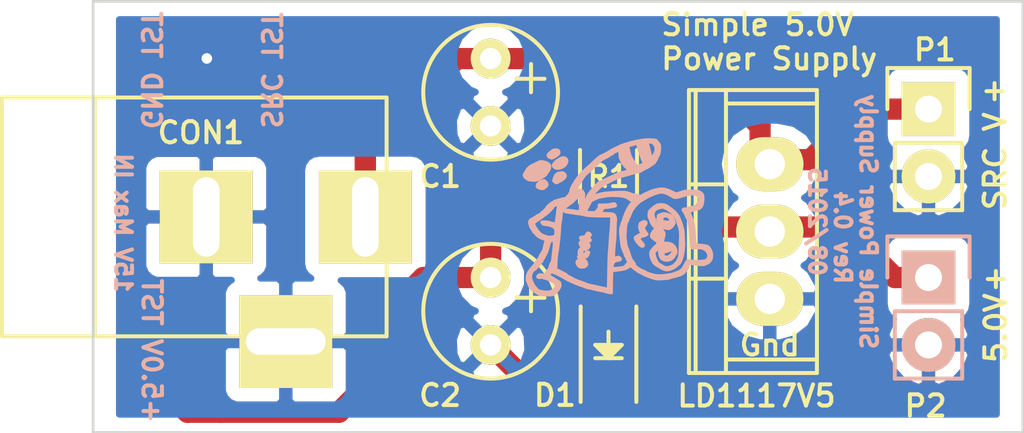
<source format=kicad_pcb>
(kicad_pcb (version 4) (host pcbnew "(2015-06-12 BZR 5743)-product")

  (general
    (links 17)
    (no_connects 0)
    (area 105.613999 107.645999 140.766001 124.002001)
    (thickness 1.6)
    (drawings 15)
    (tracks 41)
    (zones 0)
    (modules 12)
    (nets 5)
  )

  (page A4)
  (layers
    (0 F.Cu signal)
    (31 B.Cu signal)
    (32 B.Adhes user)
    (33 F.Adhes user)
    (34 B.Paste user)
    (35 F.Paste user)
    (36 B.SilkS user)
    (37 F.SilkS user)
    (38 B.Mask user)
    (39 F.Mask user)
    (40 Dwgs.User user)
    (41 Cmts.User user)
    (42 Eco1.User user)
    (43 Eco2.User user)
    (44 Edge.Cuts user)
    (45 Margin user hide)
    (46 B.CrtYd user)
    (47 F.CrtYd user)
    (48 B.Fab user)
    (49 F.Fab user)
  )

  (setup
    (last_trace_width 0.25)
    (user_trace_width 0.4)
    (user_trace_width 0.6)
    (user_trace_width 0.8)
    (user_trace_width 1)
    (trace_clearance 0.2)
    (zone_clearance 0.508)
    (zone_45_only yes)
    (trace_min 0.2)
    (segment_width 0.1)
    (edge_width 0.1)
    (via_size 0.6)
    (via_drill 0.4)
    (via_min_size 0.6)
    (via_min_drill 0.3)
    (uvia_size 0.3)
    (uvia_drill 0.1)
    (uvias_allowed no)
    (uvia_min_size 0.2)
    (uvia_min_drill 0.1)
    (pcb_text_width 0.3)
    (pcb_text_size 1.5 1.5)
    (mod_edge_width 0.15)
    (mod_text_size 1 1)
    (mod_text_width 0.15)
    (pad_size 1.50114 1.50114)
    (pad_drill 0.8001)
    (pad_to_mask_clearance 0)
    (aux_axis_origin 0 0)
    (visible_elements FFFEFF7F)
    (pcbplotparams
      (layerselection 0x010f0_80000001)
      (usegerberextensions false)
      (excludeedgelayer true)
      (linewidth 0.100000)
      (plotframeref false)
      (viasonmask false)
      (mode 1)
      (useauxorigin false)
      (hpglpennumber 1)
      (hpglpenspeed 20)
      (hpglpendiameter 15)
      (hpglpenoverlay 2)
      (psnegative false)
      (psa4output false)
      (plotreference true)
      (plotvalue true)
      (plotinvisibletext false)
      (padsonsilk true)
      (subtractmaskfromsilk false)
      (outputformat 1)
      (mirror false)
      (drillshape 0)
      (scaleselection 1)
      (outputdirectory /home/realashe/Desktop/Gerbers/))
  )

  (net 0 "")
  (net 1 GND)
  (net 2 +5V)
  (net 3 "Net-(C2-Pad1)")
  (net 4 "Net-(D1-Pad2)")

  (net_class Default "This is the default net class."
    (clearance 0.2)
    (trace_width 0.25)
    (via_dia 0.6)
    (via_drill 0.4)
    (uvia_dia 0.3)
    (uvia_drill 0.1)
    (add_net +5V)
    (add_net GND)
    (add_net "Net-(C2-Pad1)")
    (add_net "Net-(D1-Pad2)")
  )

  (module Capacitors_Elko_ThroughHole:Elko_vert_11x5mm_RM2.5 (layer F.Cu) (tedit 55817226) (tstamp 5581501C)
    (at 120.65 109.855 270)
    (descr "Electrolytic Capacitor, vertical, diameter 5mm, radial, RM 2,5mm")
    (tags "Electrolytic Capacitor, vertical, diameter 5mm, radial, RM 2,5mm, Elko, Electrolytkondensator, Kondensator gepolt, Durchmesser 5mm")
    (path /557E6528)
    (fp_text reference C1 (at 4.445 1.905 360) (layer F.SilkS)
      (effects (font (size 0.8 0.8) (thickness 0.15)))
    )
    (fp_text value 0.1uF (at 1.27 5.08 270) (layer F.Fab) hide
      (effects (font (size 1 1) (thickness 0.15)))
    )
    (fp_line (start 0.2032 -1.524) (end 1.27 -1.524) (layer F.Cu) (width 0.15))
    (fp_line (start 0.762 -2.032) (end 0.762 -0.9906) (layer F.Cu) (width 0.15))
    (fp_line (start 1.27 -1.524) (end 0.2032 -1.524) (layer F.SilkS) (width 0.15))
    (fp_line (start 0.762 -2.032) (end 0.762 -0.9906) (layer F.SilkS) (width 0.15))
    (fp_circle (center 1.27 0) (end 3.81 0) (layer F.SilkS) (width 0.15))
    (pad 2 thru_hole circle (at 2.54 0 270) (size 1.50114 1.50114) (drill 0.8001) (layers *.Cu *.Mask F.SilkS)
      (net 1 GND))
    (pad 1 thru_hole circle (at 0 0 270) (size 1.50114 1.50114) (drill 0.8001) (layers *.Cu *.Mask F.SilkS)
      (net 2 +5V))
    (model Capacitors_Elko_ThroughHole.3dshapes/Elko_vert_11x5mm_RM2.5.wrl
      (at (xyz 0 0 0))
      (scale (xyz 1 1 1))
      (rotate (xyz 0 0 0))
    )
  )

  (module Capacitors_Elko_ThroughHole:Elko_vert_11x5mm_RM2.5 (layer F.Cu) (tedit 558755C2) (tstamp 55815027)
    (at 120.65 118.11 270)
    (descr "Electrolytic Capacitor, vertical, diameter 5mm, radial, RM 2,5mm")
    (tags "Electrolytic Capacitor, vertical, diameter 5mm, radial, RM 2,5mm, Elko, Electrolytkondensator, Kondensator gepolt, Durchmesser 5mm")
    (path /557E657C)
    (fp_text reference C2 (at 4.445 1.905 360) (layer F.SilkS)
      (effects (font (size 0.8 0.8) (thickness 0.15)))
    )
    (fp_text value 10uF (at 1.27 5.08 270) (layer F.Fab) hide
      (effects (font (size 1 1) (thickness 0.15)))
    )
    (fp_line (start 0.2032 -1.524) (end 1.27 -1.524) (layer F.Cu) (width 0.15))
    (fp_line (start 0.762 -2.032) (end 0.762 -0.9906) (layer F.Cu) (width 0.15))
    (fp_line (start 1.27 -1.524) (end 0.2032 -1.524) (layer F.SilkS) (width 0.15))
    (fp_line (start 0.762 -2.032) (end 0.762 -0.9906) (layer F.SilkS) (width 0.15))
    (fp_circle (center 1.27 0) (end 3.81 0) (layer F.SilkS) (width 0.15))
    (pad 2 thru_hole circle (at 2.54 0 270) (size 1.50114 1.50114) (drill 0.8001) (layers *.Cu *.Mask F.SilkS)
      (net 1 GND))
    (pad 1 thru_hole circle (at 0 0 270) (size 1.50114 1.50114) (drill 0.8001) (layers *.Cu *.Mask F.SilkS)
      (net 3 "Net-(C2-Pad1)"))
    (model Capacitors_Elko_ThroughHole.3dshapes/Elko_vert_11x5mm_RM2.5.wrl
      (at (xyz 0 0 0))
      (scale (xyz 1 1 1))
      (rotate (xyz 0 0 0))
    )
  )

  (module Socket_Strips:Socket_Strip_Straight_1x02 (layer F.Cu) (tedit 55874B72) (tstamp 5581503A)
    (at 137.16 111.76 270)
    (descr "Through hole socket strip")
    (tags "socket strip")
    (path /557E73E1)
    (fp_text reference P1 (at -2.235 -0.24 360) (layer F.SilkS)
      (effects (font (size 0.8 0.8) (thickness 0.15)))
    )
    (fp_text value "5V Out" (at 0 -3.1 270) (layer F.Fab) hide
      (effects (font (size 1 1) (thickness 0.15)))
    )
    (fp_line (start -1.55 1.55) (end 0 1.55) (layer F.SilkS) (width 0.15))
    (fp_line (start 3.81 1.27) (end 1.27 1.27) (layer F.SilkS) (width 0.15))
    (fp_line (start -1.75 -1.75) (end -1.75 1.75) (layer F.CrtYd) (width 0.05))
    (fp_line (start 4.3 -1.75) (end 4.3 1.75) (layer F.CrtYd) (width 0.05))
    (fp_line (start -1.75 -1.75) (end 4.3 -1.75) (layer F.CrtYd) (width 0.05))
    (fp_line (start -1.75 1.75) (end 4.3 1.75) (layer F.CrtYd) (width 0.05))
    (fp_line (start 1.27 1.27) (end 1.27 -1.27) (layer F.SilkS) (width 0.15))
    (fp_line (start 0 -1.55) (end -1.55 -1.55) (layer F.SilkS) (width 0.15))
    (fp_line (start -1.55 -1.55) (end -1.55 1.55) (layer F.SilkS) (width 0.15))
    (fp_line (start 1.27 -1.27) (end 3.81 -1.27) (layer F.SilkS) (width 0.15))
    (fp_line (start 3.81 -1.27) (end 3.81 1.27) (layer F.SilkS) (width 0.15))
    (pad 1 thru_hole rect (at 0 0 270) (size 2.032 2.032) (drill 1.016) (layers *.Cu *.Mask F.SilkS)
      (net 2 +5V))
    (pad 2 thru_hole oval (at 2.54 0 270) (size 2.032 2.032) (drill 1.016) (layers *.Cu *.Mask F.SilkS)
      (net 1 GND))
    (model Socket_Strips.3dshapes/Socket_Strip_Straight_1x02.wrl
      (at (xyz 0.05 0 0))
      (scale (xyz 1 1 1))
      (rotate (xyz 0 0 180))
    )
  )

  (module Pin_Headers:Pin_Header_Straight_1x02 (layer B.Cu) (tedit 55874B6E) (tstamp 55815040)
    (at 137.16 118.11 180)
    (descr "Through hole pin header")
    (tags "pin header")
    (path /557E735B)
    (fp_text reference P2 (at 0.11 -4.84 180) (layer F.SilkS)
      (effects (font (size 0.8 0.8) (thickness 0.15)))
    )
    (fp_text value "5.0V Out" (at -2.54 -0.635 270) (layer B.Fab) hide
      (effects (font (size 1 1) (thickness 0.15)) (justify mirror))
    )
    (fp_line (start 1.27 -1.27) (end 1.27 -3.81) (layer B.SilkS) (width 0.15))
    (fp_line (start 1.55 1.55) (end 1.55 0) (layer B.SilkS) (width 0.15))
    (fp_line (start -1.75 1.75) (end -1.75 -4.3) (layer B.CrtYd) (width 0.05))
    (fp_line (start 1.75 1.75) (end 1.75 -4.3) (layer B.CrtYd) (width 0.05))
    (fp_line (start -1.75 1.75) (end 1.75 1.75) (layer B.CrtYd) (width 0.05))
    (fp_line (start -1.75 -4.3) (end 1.75 -4.3) (layer B.CrtYd) (width 0.05))
    (fp_line (start 1.27 -1.27) (end -1.27 -1.27) (layer B.SilkS) (width 0.15))
    (fp_line (start -1.55 0) (end -1.55 1.55) (layer B.SilkS) (width 0.15))
    (fp_line (start -1.55 1.55) (end 1.55 1.55) (layer B.SilkS) (width 0.15))
    (fp_line (start -1.27 -1.27) (end -1.27 -3.81) (layer B.SilkS) (width 0.15))
    (fp_line (start -1.27 -3.81) (end 1.27 -3.81) (layer B.SilkS) (width 0.15))
    (pad 1 thru_hole rect (at 0 0 180) (size 2.032 2.032) (drill 1.016) (layers *.Cu *.Mask B.SilkS)
      (net 3 "Net-(C2-Pad1)"))
    (pad 2 thru_hole oval (at 0 -2.54 180) (size 2.032 2.032) (drill 1.016) (layers *.Cu *.Mask B.SilkS)
      (net 1 GND))
    (model Pin_Headers.3dshapes/Pin_Header_Straight_1x02.wrl
      (at (xyz 0 -0.05 0))
      (scale (xyz 1 1 1))
      (rotate (xyz 0 0 90))
    )
  )

  (module Resistors_SMD:R_1206_HandSoldering (layer F.Cu) (tedit 558170CF) (tstamp 55815046)
    (at 125.095 114.3 270)
    (descr "Resistor SMD 1206, hand soldering")
    (tags "resistor 1206")
    (path /557E65DC)
    (attr smd)
    (fp_text reference R1 (at 0 0 360) (layer F.SilkS)
      (effects (font (size 0.8 0.8) (thickness 0.15)))
    )
    (fp_text value 150 (at 0 2.3 270) (layer F.Fab) hide
      (effects (font (size 1 1) (thickness 0.15)))
    )
    (fp_line (start -3.3 -1.2) (end 3.3 -1.2) (layer F.CrtYd) (width 0.05))
    (fp_line (start -3.3 1.2) (end 3.3 1.2) (layer F.CrtYd) (width 0.05))
    (fp_line (start -3.3 -1.2) (end -3.3 1.2) (layer F.CrtYd) (width 0.05))
    (fp_line (start 3.3 -1.2) (end 3.3 1.2) (layer F.CrtYd) (width 0.05))
    (fp_line (start 1 1.075) (end -1 1.075) (layer F.SilkS) (width 0.15))
    (fp_line (start -1 -1.075) (end 1 -1.075) (layer F.SilkS) (width 0.15))
    (pad 1 smd rect (at -2 0 270) (size 2 1.7) (layers F.Cu F.Paste F.Mask)
      (net 3 "Net-(C2-Pad1)"))
    (pad 2 smd rect (at 2 0 270) (size 2 1.7) (layers F.Cu F.Paste F.Mask)
      (net 4 "Net-(D1-Pad2)"))
    (model Resistors_SMD.3dshapes/R_1206_HandSoldering.wrl
      (at (xyz 0 0 0))
      (scale (xyz 1 1 1))
      (rotate (xyz 0 0 0))
    )
  )

  (module Connect:BARREL_JACK (layer F.Cu) (tedit 55816BCE) (tstamp 5581525A)
    (at 109.728 115.824)
    (descr "DC Barrel Jack")
    (tags "Power Jack")
    (path /557E6495)
    (fp_text reference CON1 (at 0 -3.175) (layer F.SilkS)
      (effects (font (size 0.8 0.8) (thickness 0.15)))
    )
    (fp_text value BARREL_JACK (at 0 -5.99948) (layer F.Fab) hide
      (effects (font (size 1 1) (thickness 0.15)))
    )
    (fp_line (start -4.0005 -4.50088) (end -4.0005 4.50088) (layer F.SilkS) (width 0.15))
    (fp_line (start -7.50062 -4.50088) (end -7.50062 4.50088) (layer F.SilkS) (width 0.15))
    (fp_line (start -7.50062 4.50088) (end 7.00024 4.50088) (layer F.SilkS) (width 0.15))
    (fp_line (start 7.00024 4.50088) (end 7.00024 -4.50088) (layer F.SilkS) (width 0.15))
    (fp_line (start 7.00024 -4.50088) (end -7.50062 -4.50088) (layer F.SilkS) (width 0.15))
    (pad 1 thru_hole rect (at 6.20014 0) (size 3.50012 3.50012) (drill oval 1.00076 2.99974) (layers *.Cu *.Mask F.SilkS)
      (net 2 +5V))
    (pad 2 thru_hole rect (at 0.20066 0) (size 3.50012 3.50012) (drill oval 1.00076 2.99974) (layers *.Cu *.Mask F.SilkS)
      (net 1 GND))
    (pad 3 thru_hole rect (at 3.2004 4.699) (size 3.50012 3.50012) (drill oval 2.99974 1.00076) (layers *.Cu *.Mask F.SilkS)
      (net 1 GND))
  )

  (module Measurement_Points:Measurement_Point_Square-SMD-Pad_Small (layer F.Cu) (tedit 5582B21E) (tstamp 5582B06F)
    (at 112.395 109.855)
    (descr "Mesurement Point, Square, SMD Pad,  1.5mm x 1.5mm,")
    (tags "Mesurement Point, Square, SMD Pad, 1.5mm x 1.5mm,")
    (path /557E6EC8)
    (fp_text reference TST1 (at 0 -3.81) (layer F.SilkS) hide
      (effects (font (size 1 1) (thickness 0.15)))
    )
    (fp_text value "SRC TST" (at 2.54 3.81) (layer F.Fab) hide
      (effects (font (size 1 1) (thickness 0.15)))
    )
    (pad 1 smd rect (at 0 0) (size 1.50114 1.50114) (layers F.Cu F.Paste F.Mask)
      (net 2 +5V))
  )

  (module Measurement_Points:Measurement_Point_Square-SMD-Pad_Small (layer F.Cu) (tedit 5587565F) (tstamp 5582B074)
    (at 107.95 109.855)
    (descr "Mesurement Point, Square, SMD Pad,  1.5mm x 1.5mm,")
    (tags "Mesurement Point, Square, SMD Pad, 1.5mm x 1.5mm,")
    (path /557E6F49)
    (fp_text reference TST2 (at 0 -3.81) (layer F.SilkS) hide
      (effects (font (size 1 1) (thickness 0.15)))
    )
    (fp_text value "Gnd TST" (at 2.54 3.81) (layer F.Fab)
      (effects (font (size 1 1) (thickness 0.15)))
    )
    (pad 1 smd rect (at 0 0) (size 1.50114 1.50114) (layers F.Cu F.Paste F.Mask)
      (net 1 GND))
  )

  (module Measurement_Points:Measurement_Point_Square-SMD-Pad_Small (layer F.Cu) (tedit 55874B7D) (tstamp 5582B079)
    (at 107.95 121.92)
    (descr "Mesurement Point, Square, SMD Pad,  1.5mm x 1.5mm,")
    (tags "Mesurement Point, Square, SMD Pad, 1.5mm x 1.5mm,")
    (path /557E7EEB)
    (fp_text reference TST3 (at 0 -3.81) (layer F.SilkS) hide
      (effects (font (size 1 1) (thickness 0.15)))
    )
    (fp_text value "5.0V TST" (at 2.54 3.81) (layer F.Fab) hide
      (effects (font (size 1 1) (thickness 0.15)))
    )
    (pad 1 smd rect (at 0 0) (size 1.50114 1.50114) (layers F.Cu F.Paste F.Mask)
      (net 3 "Net-(C2-Pad1)"))
  )

  (module logo:tanu (layer B.Cu) (tedit 0) (tstamp 558749D5)
    (at 125.3 115.75 90)
    (fp_text reference G*** (at 0 0 90) (layer B.SilkS) hide
      (effects (font (thickness 0.3)) (justify mirror))
    )
    (fp_text value LOGO (at 0.75 0 90) (layer B.SilkS) hide
      (effects (font (thickness 0.3)) (justify mirror))
    )
    (fp_poly (pts (xy 2.016559 -2.733885) (xy 2.016004 -2.76562) (xy 2.009825 -2.796415) (xy 1.995986 -2.833166)
      (xy 1.972453 -2.882771) (xy 1.937829 -2.950882) (xy 1.911375 -3.002738) (xy 1.893531 -3.038777)
      (xy 1.879156 -3.069714) (xy 1.863104 -3.10626) (xy 1.861916 -3.109002) (xy 1.840447 -3.144478)
      (xy 1.806051 -3.187179) (xy 1.765128 -3.230678) (xy 1.72408 -3.268544) (xy 1.689308 -3.294348)
      (xy 1.669752 -3.302) (xy 1.647045 -3.311108) (xy 1.613132 -3.33406) (xy 1.598141 -3.346216)
      (xy 1.539973 -3.382673) (xy 1.485561 -3.38993) (xy 1.435873 -3.367964) (xy 1.41714 -3.350559)
      (xy 1.369424 -3.295506) (xy 1.337926 -3.248269) (xy 1.318855 -3.199301) (xy 1.308425 -3.139053)
      (xy 1.303089 -3.063104) (xy 1.300964 -2.983557) (xy 1.303698 -2.932398) (xy 1.311362 -2.908519)
      (xy 1.312924 -2.907232) (xy 1.32511 -2.886091) (xy 1.329764 -2.853141) (xy 1.341822 -2.806841)
      (xy 1.368037 -2.768111) (xy 1.397734 -2.730363) (xy 1.430643 -2.680383) (xy 1.446478 -2.653022)
      (xy 1.50253 -2.577735) (xy 1.574787 -2.526987) (xy 1.602441 -2.515671) (xy 1.624468 -2.502511)
      (xy 1.628588 -2.494652) (xy 1.641532 -2.476676) (xy 1.674619 -2.454987) (xy 1.719226 -2.433975)
      (xy 1.766734 -2.418029) (xy 1.78803 -2.413465) (xy 1.840628 -2.41053) (xy 1.88118 -2.423875)
      (xy 1.88981 -2.429152) (xy 1.930167 -2.46943) (xy 1.966738 -2.530855) (xy 1.995449 -2.604693)
      (xy 2.012225 -2.68221) (xy 2.013524 -2.694314) (xy 2.016559 -2.733885) (xy 2.016559 -2.733885)) (layer B.SilkS) (width 0.1))
    (fp_poly (pts (xy 2.844 1.331638) (xy 2.836903 1.180422) (xy 2.815242 1.010207) (xy 2.779574 0.824213)
      (xy 2.744209 0.681256) (xy 2.744209 1.329574) (xy 2.74307 1.350669) (xy 2.735923 1.392576)
      (xy 2.734439 1.416438) (xy 2.721708 1.451567) (xy 2.68882 1.491568) (xy 2.64319 1.529793)
      (xy 2.592233 1.559594) (xy 2.562567 1.57056) (xy 2.472434 1.581139) (xy 2.383738 1.565883)
      (xy 2.316817 1.533863) (xy 2.272318 1.507873) (xy 2.230766 1.48904) (xy 2.219579 1.485517)
      (xy 2.184953 1.468851) (xy 2.166718 1.449757) (xy 2.162931 1.430118) (xy 2.176791 1.412903)
      (xy 2.21165 1.39625) (xy 2.270863 1.378299) (xy 2.315882 1.366992) (xy 2.429587 1.339383)
      (xy 2.524726 1.315703) (xy 2.59752 1.296906) (xy 2.637117 1.286026) (xy 2.67658 1.275237)
      (xy 2.698518 1.273658) (xy 2.71416 1.282366) (xy 2.726857 1.294639) (xy 2.744209 1.329574)
      (xy 2.744209 0.681256) (xy 2.730456 0.625661) (xy 2.687635 0.482103) (xy 2.687635 0.849278)
      (xy 2.680751 0.871785) (xy 2.659316 0.883553) (xy 2.648323 0.88612) (xy 2.619483 0.893743)
      (xy 2.56886 0.90912) (xy 2.502907 0.930218) (xy 2.428074 0.955003) (xy 2.405529 0.962625)
      (xy 2.327991 0.988911) (xy 2.256242 1.013133) (xy 2.197185 1.032967) (xy 2.157721 1.046092)
      (xy 2.151529 1.048116) (xy 2.108855 1.064163) (xy 2.053828 1.087694) (xy 2.014621 1.105866)
      (xy 1.930008 1.146648) (xy 1.883886 1.02004) (xy 1.863228 0.96067) (xy 1.847352 0.909979)
      (xy 1.838678 0.875915) (xy 1.837764 0.868463) (xy 1.850065 0.846902) (xy 1.881782 0.820243)
      (xy 1.903905 0.806482) (xy 1.949232 0.779604) (xy 2.007379 0.743072) (xy 2.066617 0.704276)
      (xy 2.073096 0.699917) (xy 2.189362 0.63579) (xy 2.322003 0.586995) (xy 2.456073 0.558218)
      (xy 2.498987 0.550032) (xy 2.527958 0.540225) (xy 2.533819 0.535796) (xy 2.55188 0.523723)
      (xy 2.576925 0.537848) (xy 2.59868 0.562309) (xy 2.620562 0.600475) (xy 2.629647 0.636855)
      (xy 2.634885 0.670473) (xy 2.648312 0.718558) (xy 2.659521 0.750634) (xy 2.680411 0.810678)
      (xy 2.687635 0.849278) (xy 2.687635 0.482103) (xy 2.668446 0.417771) (xy 2.641339 0.336177)
      (xy 2.628715 0.302706) (xy 2.609429 0.257597) (xy 2.58159 0.196675) (xy 2.543312 0.115768)
      (xy 2.514407 0.0556) (xy 2.480049 -0.014954) (xy 2.453426 -0.067224) (xy 2.433095 -0.103816)
      (xy 2.433095 0.16519) (xy 2.425715 0.187909) (xy 2.406419 0.201508) (xy 2.367252 0.210744)
      (xy 2.353235 0.212957) (xy 2.295066 0.219698) (xy 2.237771 0.223257) (xy 2.220405 0.223434)
      (xy 2.170316 0.230221) (xy 2.111368 0.24871) (xy 2.085935 0.259846) (xy 2.03514 0.283773)
      (xy 1.988682 0.304321) (xy 1.9685 0.312499) (xy 1.939148 0.327461) (xy 1.927411 0.340925)
      (xy 1.915513 0.35575) (xy 1.8861 0.375959) (xy 1.878096 0.380441) (xy 1.837207 0.410722)
      (xy 1.80534 0.447912) (xy 1.804085 0.450029) (xy 1.781217 0.479616) (xy 1.75925 0.492993)
      (xy 1.758025 0.493059) (xy 1.737387 0.505583) (xy 1.728847 0.522941) (xy 1.713271 0.547231)
      (xy 1.699035 0.552824) (xy 1.682865 0.54618) (xy 1.66713 0.523819) (xy 1.650284 0.482097)
      (xy 1.630778 0.417372) (xy 1.613366 0.351118) (xy 1.592589 0.275162) (xy 1.569484 0.20048)
      (xy 1.546437 0.133954) (xy 1.525836 0.082466) (xy 1.51007 0.052896) (xy 1.509742 0.052476)
      (xy 1.4985 0.032329) (xy 1.479353 -0.007694) (xy 1.455942 -0.059906) (xy 1.449529 -0.074706)
      (xy 1.415538 -0.151523) (xy 1.377581 -0.233741) (xy 1.339548 -0.313237) (xy 1.305328 -0.381891)
      (xy 1.278809 -0.431578) (xy 1.277827 -0.433294) (xy 1.258022 -0.477804) (xy 1.24747 -0.51365)
      (xy 1.230467 -0.553267) (xy 1.200868 -0.592443) (xy 1.197438 -0.595826) (xy 1.077997 -0.706945)
      (xy 0.969059 -0.803083) (xy 0.872694 -0.882568) (xy 0.790968 -0.943724) (xy 0.72595 -0.984878)
      (xy 0.702235 -0.996626) (xy 0.62266 -1.028042) (xy 0.552357 -1.049859) (xy 0.498294 -1.060058)
      (xy 0.482078 -1.06039) (xy 0.418408 -1.059268) (xy 0.372354 -1.068326) (xy 0.332405 -1.091055)
      (xy 0.305048 -1.114099) (xy 0.246529 -1.167374) (xy 0.306294 -1.158444) (xy 0.342939 -1.154573)
      (xy 0.402115 -1.150132) (xy 0.476492 -1.145598) (xy 0.558737 -1.141451) (xy 0.583817 -1.140354)
      (xy 0.801575 -1.131194) (xy 0.871434 -1.172134) (xy 0.917172 -1.20377) (xy 0.939662 -1.235703)
      (xy 0.944107 -1.27737) (xy 0.941866 -1.299882) (xy 0.930283 -1.323251) (xy 0.904244 -1.357174)
      (xy 0.887801 -1.375218) (xy 0.858117 -1.408257) (xy 0.839685 -1.433185) (xy 0.836705 -1.440381)
      (xy 0.849219 -1.447384) (xy 0.882295 -1.443853) (xy 0.929238 -1.4315) (xy 0.983354 -1.412035)
      (xy 1.030807 -1.390772) (xy 1.090454 -1.358743) (xy 1.16629 -1.314507) (xy 1.250143 -1.263166)
      (xy 1.333841 -1.20982) (xy 1.409212 -1.159568) (xy 1.465321 -1.119593) (xy 1.516094 -1.075981)
      (xy 1.566174 -1.024482) (xy 1.584851 -1.002067) (xy 1.62702 -0.950441) (xy 1.675149 -0.89557)
      (xy 1.695823 -0.873346) (xy 1.731631 -0.835336) (xy 1.780045 -0.783185) (xy 1.833635 -0.724922)
      (xy 1.867647 -0.687662) (xy 1.919085 -0.631925) (xy 1.968855 -0.5794) (xy 2.010191 -0.537156)
      (xy 2.030411 -0.517559) (xy 2.060561 -0.481435) (xy 2.097411 -0.424658) (xy 2.136552 -0.354318)
      (xy 2.155595 -0.316294) (xy 2.186849 -0.254269) (xy 2.215301 -0.202755) (xy 2.237613 -0.167498)
      (xy 2.249654 -0.154428) (xy 2.266606 -0.135675) (xy 2.278914 -0.102834) (xy 2.296848 -0.063216)
      (xy 2.321532 -0.037172) (xy 2.348215 -0.009033) (xy 2.371601 0.032539) (xy 2.374827 0.040763)
      (xy 2.393175 0.081048) (xy 2.412828 0.109461) (xy 2.416718 0.112896) (xy 2.431497 0.138625)
      (xy 2.433095 0.16519) (xy 2.433095 -0.103816) (xy 2.429654 -0.11001) (xy 2.403848 -0.152116)
      (xy 2.37204 -0.200955) (xy 2.33703 -0.25974) (xy 2.299377 -0.331988) (xy 2.266651 -0.40308)
      (xy 2.263706 -0.410131) (xy 2.243734 -0.456491) (xy 2.223674 -0.496469) (xy 2.200071 -0.534716)
      (xy 2.169469 -0.575885) (xy 2.128413 -0.62463) (xy 2.073449 -0.685602) (xy 2.002117 -0.762391)
      (xy 1.95342 -0.81464) (xy 1.906907 -0.86485) (xy 1.870216 -0.904767) (xy 1.860176 -0.915808)
      (xy 1.76894 -1.016338) (xy 1.696213 -1.095625) (xy 1.640821 -1.154909) (xy 1.601589 -1.195429)
      (xy 1.577343 -1.218427) (xy 1.567201 -1.225176) (xy 1.550261 -1.23451) (xy 1.521629 -1.257759)
      (xy 1.512308 -1.266264) (xy 1.455059 -1.319278) (xy 1.41206 -1.357167) (xy 1.376215 -1.385718)
      (xy 1.340426 -1.410716) (xy 1.315289 -1.426882) (xy 1.259511 -1.462584) (xy 1.200861 -1.500913)
      (xy 1.178657 -1.515689) (xy 1.12263 -1.54915) (xy 1.058963 -1.58088) (xy 0.996479 -1.607086)
      (xy 0.944001 -1.623971) (xy 0.916971 -1.628233) (xy 0.8541 -1.642342) (xy 0.78186 -1.682456)
      (xy 0.740026 -1.716525) (xy 0.740026 -1.285649) (xy 0.722859 -1.279169) (xy 0.679796 -1.274517)
      (xy 0.609752 -1.27164) (xy 0.511639 -1.270483) (xy 0.435192 -1.270613) (xy 0.140656 -1.272239)
      (xy 0.137394 -1.315051) (xy 0.138195 -1.348719) (xy 0.143101 -1.402511) (xy 0.151179 -1.467096)
      (xy 0.155566 -1.496961) (xy 0.16708 -1.579901) (xy 0.177946 -1.672152) (xy 0.186093 -1.755881)
      (xy 0.187073 -1.76817) (xy 0.191435 -1.831076) (xy 0.192299 -1.869685) (xy 0.188915 -1.889457)
      (xy 0.180533 -1.89585) (xy 0.169657 -1.894987) (xy 0.141347 -1.877414) (xy 0.118882 -1.835586)
      (xy 0.101572 -1.767658) (xy 0.089626 -1.680679) (xy 0.082811 -1.621523) (xy 0.076002 -1.573886)
      (xy 0.070354 -1.54552) (xy 0.068856 -1.541564) (xy 0.06428 -1.522825) (xy 0.05718 -1.480307)
      (xy 0.048451 -1.419917) (xy 0.03899 -1.347562) (xy 0.036957 -1.331105) (xy 0.025963 -1.251082)
      (xy 0.013481 -1.176095) (xy 0.000983 -1.114137) (xy -0.010062 -1.073196) (xy -0.010933 -1.07082)
      (xy -0.019769 -1.032213) (xy -0.027688 -0.967442) (xy -0.034525 -0.880214) (xy -0.040113 -0.774238)
      (xy -0.044285 -0.65322) (xy -0.046877 -0.52087) (xy -0.047721 -0.380896) (xy -0.047021 -0.265448)
      (xy -0.045161 -0.105073) (xy -0.084076 -0.095306) (xy -0.109636 -0.093495) (xy -0.159167 -0.093693)
      (xy -0.226848 -0.095586) (xy -0.306859 -0.098862) (xy -0.393377 -0.103207) (xy -0.480582 -0.108308)
      (xy -0.562653 -0.113851) (xy -0.633769 -0.119524) (xy -0.688109 -0.125011) (xy -0.717177 -0.129385)
      (xy -0.744387 -0.132827) (xy -0.795488 -0.137193) (xy -0.86452 -0.14205) (xy -0.945522 -0.146967)
      (xy -1.001059 -0.149954) (xy -1.096913 -0.155482) (xy -1.194523 -0.162211) (xy -1.284661 -0.169431)
      (xy -1.358101 -0.176436) (xy -1.382059 -0.179182) (xy -1.426074 -0.182966) (xy -1.496026 -0.186872)
      (xy -1.587969 -0.190773) (xy -1.697959 -0.194538) (xy -1.822051 -0.198039) (xy -1.9563 -0.201148)
      (xy -2.096761 -0.203734) (xy -2.162736 -0.204717) (xy -2.298444 -0.206803) (xy -2.42447 -0.209159)
      (xy -2.537774 -0.211699) (xy -2.635313 -0.214335) (xy -2.714046 -0.216979) (xy -2.770932 -0.219542)
      (xy -2.802929 -0.221939) (xy -2.808942 -0.223347) (xy -2.800392 -0.242255) (xy -2.796406 -0.247276)
      (xy -2.786737 -0.268979) (xy -2.775168 -0.30976) (xy -2.767683 -0.343647) (xy -2.757831 -0.391747)
      (xy -2.743467 -0.459468) (xy -2.726634 -0.537274) (xy -2.711709 -0.605117) (xy -2.69396 -0.686081)
      (xy -2.67654 -0.767234) (xy -2.661662 -0.838179) (xy -2.652893 -0.881529) (xy -2.635912 -0.949415)
      (xy -2.612516 -1.020526) (xy -2.59607 -1.060823) (xy -2.573877 -1.114211) (xy -2.548195 -1.183695)
      (xy -2.523641 -1.25661) (xy -2.517232 -1.277104) (xy -2.493442 -1.347421) (xy -2.466172 -1.416798)
      (xy -2.440269 -1.473172) (xy -2.433184 -1.486281) (xy -2.400158 -1.545596) (xy -2.36582 -1.609751)
      (xy -2.352222 -1.636059) (xy -2.317106 -1.704326) (xy -2.292335 -1.74991) (xy -2.275278 -1.777045)
      (xy -2.263306 -1.789966) (xy -2.254765 -1.792941) (xy -2.24223 -1.805521) (xy -2.220929 -1.839221)
      (xy -2.194516 -1.887983) (xy -2.180834 -1.915499) (xy -2.152924 -1.971545) (xy -2.128414 -2.017762)
      (xy -2.111099 -2.047121) (xy -2.106666 -2.052958) (xy -2.093088 -2.080426) (xy -2.091765 -2.091428)
      (xy -2.083587 -2.12056) (xy -2.066967 -2.150401) (xy -2.04217 -2.185805) (xy -1.794291 -2.175983)
      (xy -1.701573 -2.171093) (xy -1.610364 -2.164126) (xy -1.528755 -2.155849) (xy -1.464837 -2.147028)
      (xy -1.441824 -2.142604) (xy -1.375951 -2.129995) (xy -1.295439 -2.117765) (xy -1.215475 -2.108167)
      (xy -1.199034 -2.106594) (xy -1.132741 -2.100097) (xy -1.073459 -2.093358) (xy -1.030596 -2.087482)
      (xy -1.01974 -2.085534) (xy -0.984521 -2.080234) (xy -0.925869 -2.073646) (xy -0.850178 -2.066313)
      (xy -0.763841 -2.058777) (xy -0.673252 -2.051581) (xy -0.584804 -2.045266) (xy -0.504892 -2.040376)
      (xy -0.463177 -2.038328) (xy -0.397029 -2.034053) (xy -0.335831 -2.027596) (xy -0.290766 -2.020195)
      (xy -0.283883 -2.018496) (xy -0.237009 -2.008701) (xy -0.169166 -1.998425) (xy -0.089226 -1.988697)
      (xy -0.006064 -1.980545) (xy 0.071446 -1.974999) (xy 0.103316 -1.973589) (xy 0.150866 -1.970733)
      (xy 0.185957 -1.966235) (xy 0.197143 -1.962967) (xy 0.211017 -1.947465) (xy 0.236266 -1.913485)
      (xy 0.268029 -1.867636) (xy 0.276292 -1.855285) (xy 0.314758 -1.799426) (xy 0.353759 -1.746103)
      (xy 0.385293 -1.706231) (xy 0.387145 -1.704074) (xy 0.422112 -1.659308) (xy 0.452843 -1.612922)
      (xy 0.458342 -1.603221) (xy 0.480303 -1.57104) (xy 0.500654 -1.55448) (xy 0.503927 -1.553882)
      (xy 0.521519 -1.54433) (xy 0.522941 -1.538516) (xy 0.53307 -1.522357) (xy 0.560453 -1.490702)
      (xy 0.600584 -1.448538) (xy 0.636632 -1.412731) (xy 0.684918 -1.363447) (xy 0.720045 -1.322762)
      (xy 0.738564 -1.294915) (xy 0.740026 -1.285649) (xy 0.740026 -1.716525) (xy 0.705531 -1.744618)
      (xy 0.663201 -1.785961) (xy 0.63771 -1.819088) (xy 0.622936 -1.854909) (xy 0.612759 -1.904335)
      (xy 0.611455 -1.912321) (xy 0.601567 -1.965636) (xy 0.591168 -2.009195) (xy 0.583798 -2.030542)
      (xy 0.573801 -2.05812) (xy 0.5616 -2.103115) (xy 0.554134 -2.135799) (xy 0.537916 -2.191515)
      (xy 0.51581 -2.242567) (xy 0.503486 -2.262799) (xy 0.502668 -2.264026) (xy 0.502668 -1.797174)
      (xy 0.495664 -1.792941) (xy 0.478971 -1.805252) (xy 0.471126 -1.821314) (xy 0.454685 -1.850849)
      (xy 0.426533 -1.885198) (xy 0.423031 -1.888776) (xy 0.370146 -1.956646) (xy 0.345423 -2.025503)
      (xy 0.343647 -2.049118) (xy 0.337927 -2.082463) (xy 0.32497 -2.099323) (xy 0.302252 -2.104019)
      (xy 0.254917 -2.111472) (xy 0.188034 -2.121006) (xy 0.106671 -2.131943) (xy 0.015896 -2.143607)
      (xy -0.079223 -2.155322) (xy -0.173618 -2.16641) (xy -0.198747 -2.169256) (xy -0.266157 -2.177484)
      (xy -0.308498 -2.184798) (xy -0.330494 -2.192601) (xy -0.336868 -2.202293) (xy -0.335115 -2.209701)
      (xy -0.325981 -2.238939) (xy -0.315372 -2.282939) (xy -0.312162 -2.298364) (xy -0.299723 -2.353158)
      (xy -0.283427 -2.415613) (xy -0.276647 -2.439281) (xy -0.26579 -2.488917) (xy -0.258383 -2.548362)
      (xy -0.254669 -2.609716) (xy -0.254889 -2.66508) (xy -0.259286 -2.706554) (xy -0.26786 -2.726096)
      (xy -0.287202 -2.723029) (xy -0.316738 -2.704374) (xy -0.321977 -2.700034) (xy -0.342394 -2.679269)
      (xy -0.355831 -2.654348) (xy -0.364807 -2.617471) (xy -0.371838 -2.560841) (xy -0.373911 -2.539203)
      (xy -0.392794 -2.429169) (xy -0.426583 -2.332882) (xy -0.472885 -2.256311) (xy -0.498297 -2.228826)
      (xy -0.537485 -2.207369) (xy -0.592039 -2.195812) (xy -0.653761 -2.193611) (xy -0.714454 -2.20022)
      (xy -0.76592 -2.215095) (xy -0.799963 -2.237691) (xy -0.807091 -2.24935) (xy -0.827096 -2.33231)
      (xy -0.831873 -2.426889) (xy -0.821141 -2.518829) (xy -0.81299 -2.549945) (xy -0.777498 -2.649949)
      (xy -0.738832 -2.727884) (xy -0.691989 -2.791504) (xy -0.631964 -2.848568) (xy -0.608127 -2.867499)
      (xy -0.535423 -2.919786) (xy -0.465023 -2.964226) (xy -0.402032 -2.998092) (xy -0.351555 -3.018662)
      (xy -0.318695 -3.02321) (xy -0.317083 -3.022829) (xy -0.298969 -3.007859) (xy -0.269701 -2.972855)
      (xy -0.233604 -2.923344) (xy -0.201706 -2.875423) (xy -0.164798 -2.819142) (xy -0.133148 -2.773548)
      (xy -0.110436 -2.743773) (xy -0.100853 -2.734732) (xy -0.090749 -2.722151) (xy -0.089647 -2.712908)
      (xy -0.078823 -2.688849) (xy -0.055236 -2.664349) (xy -0.026356 -2.636799) (xy -0.010507 -2.614706)
      (xy 0.010985 -2.580021) (xy 0.047015 -2.53406) (xy 0.092728 -2.481809) (xy 0.143269 -2.428255)
      (xy 0.193782 -2.378386) (xy 0.239412 -2.33719) (xy 0.275304 -2.309653) (xy 0.295201 -2.300672)
      (xy 0.315464 -2.286902) (xy 0.34189 -2.250041) (xy 0.371917 -2.195578) (xy 0.402986 -2.129003)
      (xy 0.432534 -2.055805) (xy 0.458001 -1.981475) (xy 0.476825 -1.911501) (xy 0.476875 -1.911276)
      (xy 0.48809 -1.864475) (xy 0.498474 -1.827169) (xy 0.501621 -1.817894) (xy 0.502668 -1.797174)
      (xy 0.502668 -2.264026) (xy 0.473861 -2.307251) (xy 0.448534 -2.351576) (xy 0.447931 -2.352777)
      (xy 0.426946 -2.385311) (xy 0.394287 -2.425994) (xy 0.356107 -2.468306) (xy 0.318558 -2.505725)
      (xy 0.287792 -2.531732) (xy 0.271301 -2.54) (xy 0.252011 -2.550093) (xy 0.220102 -2.575871)
      (xy 0.1825 -2.610582) (xy 0.146135 -2.647474) (xy 0.117933 -2.679793) (xy 0.104825 -2.700788)
      (xy 0.104588 -2.702486) (xy 0.09218 -2.720236) (xy 0.067235 -2.734235) (xy 0.039321 -2.753749)
      (xy 0.029775 -2.774953) (xy 0.021904 -2.7982) (xy 0.00079 -2.839441) (xy -0.029959 -2.891993)
      (xy -0.053027 -2.92847) (xy -0.090799 -2.988051) (xy -0.124235 -3.043625) (xy -0.148525 -3.087061)
      (xy -0.156331 -3.103037) (xy -0.187673 -3.148392) (xy -0.23143 -3.179028) (xy -0.278671 -3.190216)
      (xy -0.309069 -3.183925) (xy -0.34816 -3.171124) (xy -0.374225 -3.167529) (xy -0.405308 -3.159911)
      (xy -0.451493 -3.140335) (xy -0.503224 -3.113716) (xy -0.550941 -3.084969) (xy -0.584877 -3.059206)
      (xy -0.614562 -3.03898) (xy -0.635 -3.033059) (xy -0.654829 -3.021981) (xy -0.657412 -3.012365)
      (xy -0.668874 -2.99036) (xy -0.696515 -2.966054) (xy -0.697209 -2.965596) (xy -0.763116 -2.91337)
      (xy -0.817467 -2.848359) (xy -0.865205 -2.763918) (xy -0.891327 -2.704604) (xy -0.9471 -2.568236)
      (xy -0.958658 -2.570146) (xy -0.958658 -2.272059) (xy -0.965226 -2.261997) (xy -0.987429 -2.257404)
      (xy -1.031232 -2.256136) (xy -1.055346 -2.256079) (xy -1.113117 -2.257986) (xy -1.189509 -2.263174)
      (xy -1.273551 -2.270795) (xy -1.337236 -2.277868) (xy -1.424546 -2.288293) (xy -1.517414 -2.299047)
      (xy -1.602751 -2.30863) (xy -1.650409 -2.313776) (xy -1.720792 -2.322699) (xy -1.767251 -2.332815)
      (xy -1.795738 -2.345754) (xy -1.807736 -2.356813) (xy -1.837482 -2.377741) (xy -1.881029 -2.392492)
      (xy -1.890504 -2.394138) (xy -1.990768 -2.421111) (xy -2.080908 -2.473597) (xy -2.135329 -2.5215)
      (xy -2.172393 -2.551243) (xy -2.207861 -2.56828) (xy -2.218316 -2.569882) (xy -2.245797 -2.575934)
      (xy -2.260813 -2.59693) (xy -2.264452 -2.637126) (xy -2.257806 -2.700781) (xy -2.255559 -2.715322)
      (xy -2.247884 -2.768828) (xy -2.246961 -2.802192) (xy -2.254001 -2.824633) (xy -2.270216 -2.845372)
      (xy -2.27304 -2.848402) (xy -2.301691 -2.873025) (xy -2.324981 -2.883638) (xy -2.325432 -2.883647)
      (xy -2.351043 -2.870567) (xy -2.365443 -2.836002) (xy -2.36641 -2.786967) (xy -2.36276 -2.765853)
      (xy -2.356816 -2.72566) (xy -2.358342 -2.698209) (xy -2.36033 -2.69429) (xy -2.369534 -2.6744)
      (xy -2.383053 -2.634348) (xy -2.3974 -2.584823) (xy -2.41658 -2.525262) (xy -2.444513 -2.452398)
      (xy -2.476062 -2.379384) (xy -2.485534 -2.35927) (xy -2.518748 -2.294026) (xy -2.545516 -2.25128)
      (xy -2.569838 -2.225533) (xy -2.592295 -2.212615) (xy -2.631152 -2.196089) (xy -2.65953 -2.182869)
      (xy -2.695933 -2.1795) (xy -2.741109 -2.196778) (xy -2.787917 -2.230059) (xy -2.829219 -2.274697)
      (xy -2.849 -2.306172) (xy -2.884094 -2.388799) (xy -2.901074 -2.471061) (xy -2.901805 -2.564279)
      (xy -2.898219 -2.604844) (xy -2.89001 -2.669613) (xy -2.880377 -2.72933) (xy -2.871195 -2.772598)
      (xy -2.869827 -2.77745) (xy -2.861703 -2.814697) (xy -2.861786 -2.839278) (xy -2.86255 -2.84095)
      (xy -2.860642 -2.853176) (xy -2.856967 -2.853764) (xy -2.840533 -2.863754) (xy -2.810123 -2.890012)
      (xy -2.772159 -2.926969) (xy -2.770174 -2.929002) (xy -2.698186 -2.990434) (xy -2.610709 -3.045874)
      (xy -2.585657 -3.058826) (xy -2.482498 -3.103876) (xy -2.394504 -3.128916) (xy -2.315503 -3.134851)
      (xy -2.239321 -3.12259) (xy -2.211295 -3.113861) (xy -2.155132 -3.090455) (xy -2.113435 -3.061029)
      (xy -2.07614 -3.017221) (xy -2.0526 -2.981987) (xy -2.022049 -2.944894) (xy -1.973166 -2.898)
      (xy -1.912784 -2.84762) (xy -1.88149 -2.823882) (xy -1.827992 -2.783706) (xy -1.784761 -2.749475)
      (xy -1.756753 -2.725226) (xy -1.748613 -2.715559) (xy -1.735918 -2.705698) (xy -1.72483 -2.704353)
      (xy -1.699699 -2.695606) (xy -1.663263 -2.673516) (xy -1.646389 -2.661044) (xy -1.604396 -2.632004)
      (xy -1.56493 -2.610884) (xy -1.553883 -2.606789) (xy -1.514408 -2.59003) (xy -1.475354 -2.566842)
      (xy -1.441862 -2.548173) (xy -1.389921 -2.527082) (xy -1.316457 -2.5025) (xy -1.218396 -2.473357)
      (xy -1.157942 -2.456397) (xy -1.108497 -2.441685) (xy -1.067127 -2.427588) (xy -1.053353 -2.421996)
      (xy -1.016034 -2.406522) (xy -0.997324 -2.399882) (xy -0.976249 -2.379709) (xy -0.970973 -2.357439)
      (xy -0.966718 -2.313695) (xy -0.96176 -2.289735) (xy -0.958658 -2.272059) (xy -0.958658 -2.570146)
      (xy -1.007697 -2.578253) (xy -1.049606 -2.586724) (xy -1.078995 -2.59542) (xy -1.083236 -2.597474)
      (xy -1.104031 -2.604559) (xy -1.146215 -2.615316) (xy -1.201834 -2.627764) (xy -1.220535 -2.631652)
      (xy -1.300318 -2.652041) (xy -1.363627 -2.676448) (xy -1.392358 -2.693273) (xy -1.438384 -2.723928)
      (xy -1.491675 -2.75484) (xy -1.505324 -2.761961) (xy -1.58272 -2.801326) (xy -1.637916 -2.830309)
      (xy -1.675603 -2.851561) (xy -1.700471 -2.867735) (xy -1.71721 -2.881481) (xy -1.717858 -2.882094)
      (xy -1.77183 -2.930334) (xy -1.814227 -2.961679) (xy -1.84118 -2.97328) (xy -1.841788 -2.973294)
      (xy -1.859918 -2.982858) (xy -1.894409 -3.008739) (xy -1.939913 -3.046715) (xy -1.97988 -3.082264)
      (xy -2.073666 -3.161801) (xy -2.157219 -3.218404) (xy -2.235759 -3.254715) (xy -2.314505 -3.273377)
      (xy -2.364952 -3.277226) (xy -2.418562 -3.277073) (xy -2.4615 -3.274341) (xy -2.482861 -3.270114)
      (xy -2.551621 -3.240574) (xy -2.647518 -3.204705) (xy -2.652059 -3.203089) (xy -2.729106 -3.161875)
      (xy -2.806305 -3.094419) (xy -2.880401 -3.004163) (xy -2.948143 -2.894555) (xy -2.9541 -2.883318)
      (xy -2.976025 -2.839166) (xy -2.991344 -2.800181) (xy -3.001857 -2.758397) (xy -3.009361 -2.705844)
      (xy -3.015658 -2.634556) (xy -3.018211 -2.599435) (xy -3.024209 -2.486962) (xy -3.023263 -2.398521)
      (xy -3.01369 -2.328727) (xy -2.993809 -2.272196) (xy -2.961937 -2.223546) (xy -2.916394 -2.177391)
      (xy -2.875958 -2.144059) (xy -2.804602 -2.090122) (xy -2.749415 -2.05383) (xy -2.704525 -2.032644)
      (xy -2.664063 -2.024027) (xy -2.622161 -2.02544) (xy -2.606874 -2.027699) (xy -2.559668 -2.039013)
      (xy -2.530747 -2.057636) (xy -2.509479 -2.089064) (xy -2.475951 -2.146846) (xy -2.426588 -2.224424)
      (xy -2.375625 -2.300941) (xy -2.351313 -2.340393) (xy -2.325894 -2.386448) (xy -2.323768 -2.390588)
      (xy -2.305975 -2.424876) (xy -2.294738 -2.44531) (xy -2.293502 -2.447177) (xy -2.278883 -2.444995)
      (xy -2.248499 -2.433821) (xy -2.246843 -2.433119) (xy -2.201058 -2.408487) (xy -2.166016 -2.380334)
      (xy -2.147704 -2.354365) (xy -2.148659 -2.3396) (xy -2.159814 -2.3178) (xy -2.177176 -2.277269)
      (xy -2.194321 -2.233706) (xy -2.229213 -2.15034) (xy -2.273243 -2.057746) (xy -2.320587 -1.967438)
      (xy -2.365423 -1.890929) (xy -2.375683 -1.875117) (xy -2.413512 -1.811799) (xy -2.457679 -1.727269)
      (xy -2.504945 -1.628621) (xy -2.552067 -1.522948) (xy -2.595804 -1.417344) (xy -2.632914 -1.318903)
      (xy -2.642354 -1.291578) (xy -2.667546 -1.218657) (xy -2.691649 -1.152257) (xy -2.711951 -1.099637)
      (xy -2.725744 -1.068057) (xy -2.725891 -1.067774) (xy -2.742316 -1.026699) (xy -2.749085 -0.991081)
      (xy -2.752574 -0.965249) (xy -2.762085 -0.916714) (xy -2.776289 -0.851737) (xy -2.793857 -0.776579)
      (xy -2.79982 -0.752022) (xy -2.819136 -0.670763) (xy -2.836401 -0.593637) (xy -2.849963 -0.528347)
      (xy -2.858168 -0.482596) (xy -2.859098 -0.475848) (xy -2.869046 -0.421344) (xy -2.885197 -0.356875)
      (xy -2.896708 -0.318966) (xy -2.914582 -0.257131) (xy -2.928956 -0.193453) (xy -2.934262 -0.160617)
      (xy -2.942841 -0.089647) (xy -2.730215 -0.088005) (xy -2.613717 -0.086773) (xy -2.500578 -0.084962)
      (xy -2.394709 -0.082691) (xy -2.300019 -0.080078) (xy -2.220419 -0.077243) (xy -2.159818 -0.074304)
      (xy -2.122128 -0.07138) (xy -2.11114 -0.069179) (xy -2.107424 -0.052889) (xy -2.101512 -0.012546)
      (xy -2.094151 0.04617) (xy -2.086092 0.117575) (xy -2.08427 0.134707) (xy -2.068985 0.2582)
      (xy -2.051345 0.355894) (xy -2.030206 0.431849) (xy -2.00442 0.490124) (xy -1.972844 0.534778)
      (xy -1.970714 0.537141) (xy -1.938893 0.580669) (xy -1.930565 0.620573) (xy -1.946362 0.663238)
      (xy -1.986918 0.715048) (xy -1.988542 0.71683) (xy -2.025894 0.760706) (xy -2.057337 0.802867)
      (xy -2.071102 0.825146) (xy -2.089167 0.85416) (xy -2.103096 0.866804) (xy -2.103355 0.866821)
      (xy -2.115083 0.879326) (xy -2.134295 0.911458) (xy -2.151473 0.945262) (xy -2.182069 1.005827)
      (xy -2.216872 1.069699) (xy -2.231842 1.095492) (xy -2.258886 1.148034) (xy -2.290986 1.221865)
      (xy -2.325265 1.309466) (xy -2.358845 1.403316) (xy -2.388849 1.495896) (xy -2.401493 1.538941)
      (xy -2.410598 1.57691) (xy -2.416046 1.617029) (xy -2.418022 1.665706) (xy -2.416711 1.729349)
      (xy -2.412297 1.814367) (xy -2.410353 1.845679) (xy -2.401355 1.96034) (xy -2.39082 2.045454)
      (xy -2.378707 2.101318) (xy -2.372313 2.117846) (xy -2.354261 2.164739) (xy -2.340149 2.219431)
      (xy -2.338373 2.229461) (xy -2.328019 2.281302) (xy -2.312799 2.341738) (xy -2.294836 2.404049)
      (xy -2.276253 2.461512) (xy -2.259173 2.507408) (xy -2.245721 2.535013) (xy -2.240273 2.54)
      (xy -2.228671 2.552455) (xy -2.226236 2.568383) (xy -2.215038 2.593443) (xy -2.185882 2.629308)
      (xy -2.145424 2.66984) (xy -2.10032 2.708902) (xy -2.057226 2.740356) (xy -2.022799 2.758062)
      (xy -2.019564 2.758972) (xy -1.986709 2.771024) (xy -1.970348 2.782987) (xy -1.950984 2.793101)
      (xy -1.912923 2.802105) (xy -1.892799 2.804941) (xy -1.842153 2.816978) (xy -1.815065 2.837522)
      (xy -1.814176 2.864033) (xy -1.82061 2.874335) (xy -1.830311 2.899588) (xy -1.841013 2.948843)
      (xy -1.851881 3.01628) (xy -1.862082 3.096074) (xy -1.870784 3.182404) (xy -1.877153 3.269446)
      (xy -1.877157 3.269508) (xy -1.880115 3.340135) (xy -1.878914 3.387212) (xy -1.873032 3.416851)
      (xy -1.863137 3.433861) (xy -1.844039 3.466609) (xy -1.831231 3.505342) (xy -1.80948 3.553713)
      (xy -1.763082 3.604683) (xy -1.693517 3.658185) (xy -1.643804 3.678913) (xy -1.576119 3.689852)
      (xy -1.500811 3.690742) (xy -1.42823 3.681323) (xy -1.378831 3.666082) (xy -1.305416 3.632774)
      (xy -1.250184 3.601534) (xy -1.210027 3.567274) (xy -1.181838 3.524907) (xy -1.16251 3.469345)
      (xy -1.148937 3.395499) (xy -1.138011 3.298281) (xy -1.135069 3.266892) (xy -1.125171 3.179096)
      (xy -1.113392 3.117628) (xy -1.098485 3.078941) (xy -1.079206 3.059488) (xy -1.060824 3.055383)
      (xy -1.039486 3.054404) (xy -0.993323 3.051726) (xy -0.927323 3.04766) (xy -0.846476 3.042512)
      (xy -0.755771 3.03659) (xy -0.747059 3.036014) (xy -0.616303 3.026116) (xy -0.497367 3.01468)
      (xy -0.393666 3.002185) (xy -0.308618 2.98911) (xy -0.245637 2.975934) (xy -0.20814 2.963137)
      (xy -0.202628 2.959651) (xy -0.1803 2.94883) (xy -0.139312 2.934146) (xy -0.103483 2.923151)
      (xy -0.052432 2.9047) (xy -0.010201 2.882779) (xy 0.007156 2.869053) (xy 0.042947 2.845965)
      (xy 0.076637 2.838824) (xy 0.104337 2.844106) (xy 0.127335 2.862474) (xy 0.147571 2.897708)
      (xy 0.166986 2.95359) (xy 0.187518 3.033899) (xy 0.195988 3.071476) (xy 0.218021 3.158254)
      (xy 0.24201 3.221014) (xy 0.271248 3.265592) (xy 0.30903 3.297823) (xy 0.330915 3.31049)
      (xy 0.404627 3.33773) (xy 0.50016 3.355704) (xy 0.610554 3.363185) (xy 0.630984 3.363324)
      (xy 0.695082 3.36163) (xy 0.738579 3.355605) (xy 0.770656 3.343333) (xy 0.791451 3.329839)
      (xy 0.824095 3.299451) (xy 0.844612 3.268984) (xy 0.845793 3.265684) (xy 0.863454 3.22924)
      (xy 0.879561 3.207049) (xy 0.888431 3.192926) (xy 0.894911 3.170833) (xy 0.89935 3.136459)
      (xy 0.9021 3.085489) (xy 0.903513 3.013613) (xy 0.903939 2.916516) (xy 0.903941 2.907569)
      (xy 0.903588 2.808249) (xy 0.902273 2.734207) (xy 0.89961 2.680846) (xy 0.895213 2.643568)
      (xy 0.888697 2.617774) (xy 0.879675 2.598867) (xy 0.877794 2.595898) (xy 0.858708 2.556365)
      (xy 0.85114 2.521849) (xy 0.844487 2.486794) (xy 0.828555 2.44171) (xy 0.822947 2.429169)
      (xy 0.806406 2.38951) (xy 0.798104 2.360215) (xy 0.797905 2.354463) (xy 0.805177 2.335128)
      (xy 0.822852 2.295162) (xy 0.848129 2.240745) (xy 0.872947 2.188883) (xy 0.919831 2.087071)
      (xy 0.95241 2.002493) (xy 0.972845 1.92744) (xy 0.983293 1.854206) (xy 0.98594 1.785423)
      (xy 0.977311 1.686434) (xy 0.952482 1.569953) (xy 0.913492 1.44216) (xy 0.862379 1.309233)
      (xy 0.854933 1.293188) (xy 0.854933 1.818758) (xy 0.834509 1.912563) (xy 0.79161 2.019671)
      (xy 0.758049 2.084507) (xy 0.725469 2.143168) (xy 0.695239 2.197756) (xy 0.672738 2.238554)
      (xy 0.668725 2.245873) (xy 0.654075 2.28377) (xy 0.64956 2.329191) (xy 0.655758 2.386797)
      (xy 0.673245 2.461251) (xy 0.702598 2.557218) (xy 0.710006 2.579592) (xy 0.748141 2.707923)
      (xy 0.774076 2.8266) (xy 0.787145 2.931058) (xy 0.786681 3.01673) (xy 0.779677 3.057042)
      (xy 0.756281 3.124696) (xy 0.725346 3.169117) (xy 0.680367 3.196938) (xy 0.627524 3.212213)
      (xy 0.582003 3.220794) (xy 0.548526 3.22152) (xy 0.515386 3.212449) (xy 0.470878 3.19164)
      (xy 0.455128 3.183621) (xy 0.402982 3.152565) (xy 0.361074 3.119628) (xy 0.341128 3.096459)
      (xy 0.329475 3.067676) (xy 0.313468 3.016636) (xy 0.294862 2.950332) (xy 0.275413 2.875759)
      (xy 0.256875 2.79991) (xy 0.241003 2.729779) (xy 0.229552 2.672361) (xy 0.224277 2.634649)
      (xy 0.224117 2.630134) (xy 0.213768 2.605675) (xy 0.188138 2.600839) (xy 0.155355 2.616673)
      (xy 0.150588 2.62066) (xy 0.12276 2.640538) (xy 0.080109 2.666054) (xy 0.031242 2.692652)
      (xy -0.01523 2.715778) (xy -0.050697 2.730877) (xy -0.064104 2.734236) (xy -0.087001 2.742124)
      (xy -0.122853 2.761996) (xy -0.138947 2.772449) (xy -0.188711 2.79809) (xy -0.248768 2.818273)
      (xy -0.27315 2.823467) (xy -0.334783 2.834432) (xy -0.397751 2.846893) (xy -0.418353 2.851344)
      (xy -0.465657 2.859262) (xy -0.539979 2.868118) (xy -0.638479 2.877659) (xy -0.758316 2.88763)
      (xy -0.896649 2.897777) (xy -1.045883 2.907551) (xy -1.113861 2.912892) (xy -1.172583 2.919569)
      (xy -1.214405 2.926599) (xy -1.229472 2.931172) (xy -1.241023 2.939953) (xy -1.248116 2.95546)
      (xy -1.251297 2.983223) (xy -1.251111 3.028771) (xy -1.248103 3.097636) (xy -1.247336 3.112326)
      (xy -1.244291 3.204866) (xy -1.247573 3.27589) (xy -1.259001 3.333423) (xy -1.280396 3.385488)
      (xy -1.313575 3.440112) (xy -1.325577 3.457458) (xy -1.382708 3.514211) (xy -1.457847 3.553308)
      (xy -1.542297 3.570501) (xy -1.557973 3.570941) (xy -1.611548 3.557987) (xy -1.664179 3.523923)
      (xy -1.705359 3.47595) (xy -1.710849 3.466191) (xy -1.725105 3.421489) (xy -1.735667 3.353616)
      (xy -1.742232 3.269094) (xy -1.744498 3.174439) (xy -1.74216 3.076173) (xy -1.734916 2.980815)
      (xy -1.733859 2.97124) (xy -1.72613 2.89815) (xy -1.722859 2.847657) (xy -1.724247 2.812779)
      (xy -1.730495 2.786535) (xy -1.739778 2.765799) (xy -1.765136 2.732224) (xy -1.792258 2.719294)
      (xy -1.826163 2.709151) (xy -1.843101 2.696883) (xy -1.871154 2.678347) (xy -1.887163 2.674471)
      (xy -1.914316 2.663885) (xy -1.927412 2.652059) (xy -1.951062 2.633164) (xy -1.96319 2.629647)
      (xy -1.996028 2.617252) (xy -2.036313 2.584185) (xy -2.078374 2.53662) (xy -2.116537 2.480733)
      (xy -2.138355 2.438946) (xy -2.159856 2.388621) (xy -2.175291 2.347913) (xy -2.181407 2.325418)
      (xy -2.181412 2.32512) (xy -2.187798 2.301593) (xy -2.20382 2.263879) (xy -2.211295 2.248647)
      (xy -2.230388 2.200655) (xy -2.240629 2.154381) (xy -2.241179 2.144635) (xy -2.24421 2.108324)
      (xy -2.252224 2.053597) (xy -2.26361 1.991182) (xy -2.265946 1.979706) (xy -2.280126 1.882462)
      (xy -2.286414 1.773159) (xy -2.28487 1.662694) (xy -2.275552 1.561963) (xy -2.263363 1.498842)
      (xy -2.233376 1.389107) (xy -2.206735 1.305521) (xy -2.182237 1.244701) (xy -2.158679 1.203262)
      (xy -2.157933 1.202226) (xy -2.132434 1.159112) (xy -2.108116 1.105599) (xy -2.10147 1.087548)
      (xy -2.082068 1.042249) (xy -2.052878 0.987886) (xy -2.017951 0.930516) (xy -1.981342 0.8762)
      (xy -1.947105 0.830995) (xy -1.919294 0.80096) (xy -1.903638 0.791883) (xy -1.868312 0.782987)
      (xy -1.819714 0.759765) (xy -1.767196 0.727418) (xy -1.720106 0.691145) (xy -1.716242 0.687672)
      (xy -1.682583 0.660186) (xy -1.656055 0.644156) (xy -1.64957 0.642471) (xy -1.626524 0.636782)
      (xy -1.587776 0.622367) (xy -1.566746 0.613435) (xy -1.508951 0.591441) (xy -1.445424 0.572244)
      (xy -1.428615 0.568153) (xy -1.374398 0.552068) (xy -1.310767 0.527661) (xy -1.268412 0.508389)
      (xy -1.196654 0.47923) (xy -1.11435 0.459469) (xy -1.044102 0.449619) (xy -0.983438 0.442184)
      (xy -0.934895 0.434991) (xy -0.905512 0.429144) (xy -0.900203 0.427066) (xy -0.882583 0.42413)
      (xy -0.844099 0.423835) (xy -0.801304 0.425772) (xy -0.746417 0.429193) (xy -0.673119 0.433519)
      (xy -0.592837 0.438084) (xy -0.545353 0.440699) (xy -0.436605 0.449005) (xy -0.354153 0.461031)
      (xy -0.294568 0.477467) (xy -0.254418 0.499003) (xy -0.254 0.499327) (xy -0.225856 0.515118)
      (xy -0.183773 0.532694) (xy -0.171824 0.536908) (xy -0.127773 0.553451) (xy -0.06923 0.577625)
      (xy -0.008708 0.60426) (xy -0.007471 0.604824) (xy 0.050555 0.630933) (xy 0.104426 0.654507)
      (xy 0.143002 0.670675) (xy 0.144596 0.671307) (xy 0.186041 0.693118) (xy 0.217882 0.718542)
      (xy 0.242391 0.740202) (xy 0.257657 0.747059) (xy 0.278025 0.757301) (xy 0.313658 0.785212)
      (xy 0.359481 0.826571) (xy 0.394503 0.86086) (xy 0.458436 0.928033) (xy 0.504483 0.983291)
      (xy 0.538043 1.033451) (xy 0.552878 1.060824) (xy 0.574431 1.101018) (xy 0.5918 1.128825)
      (xy 0.59764 1.13553) (xy 0.610279 1.154361) (xy 0.619051 1.176618) (xy 0.631569 1.202656)
      (xy 0.641437 1.210236) (xy 0.652909 1.222883) (xy 0.671647 1.256071) (xy 0.693632 1.302671)
      (xy 0.694046 1.303618) (xy 0.719947 1.362733) (xy 0.745545 1.420686) (xy 0.761638 1.456765)
      (xy 0.790814 1.530345) (xy 0.819921 1.618229) (xy 0.84411 1.705223) (xy 0.852227 1.740647)
      (xy 0.854933 1.818758) (xy 0.854933 1.293188) (xy 0.80118 1.177354) (xy 0.760205 1.100838)
      (xy 0.702534 0.998911) (xy 0.733743 0.902307) (xy 0.75109 0.838325) (xy 0.76381 0.772321)
      (xy 0.76834 0.730315) (xy 0.773353 0.685001) (xy 0.782388 0.652926) (xy 0.788388 0.644631)
      (xy 0.799935 0.626186) (xy 0.815696 0.58644) (xy 0.832711 0.533101) (xy 0.83684 0.518449)
      (xy 0.848195 0.469692) (xy 0.856176 0.415975) (xy 0.86083 0.353371) (xy 0.862199 0.277955)
      (xy 0.860328 0.185799) (xy 0.85526 0.072977) (xy 0.84704 -0.064437) (xy 0.843898 -0.112059)
      (xy 0.840056 -0.169564) (xy 0.835472 -0.238558) (xy 0.832473 -0.283882) (xy 0.826633 -0.346883)
      (xy 0.816693 -0.409745) (xy 0.801041 -0.479871) (xy 0.778067 -0.564667) (xy 0.752969 -0.649239)
      (xy 0.735563 -0.709327) (xy 0.727809 -0.745529) (xy 0.727809 -0.04936) (xy 0.725762 0.059333)
      (xy 0.719455 0.168757) (xy 0.709316 0.270673) (xy 0.695771 0.356841) (xy 0.684482 0.403412)
      (xy 0.668621 0.444818) (xy 0.645616 0.49281) (xy 0.621155 0.53654) (xy 0.600928 0.565158)
      (xy 0.598292 0.567765) (xy 0.586734 0.584618) (xy 0.567789 0.617959) (xy 0.560151 0.632358)
      (xy 0.534575 0.677692) (xy 0.512926 0.699798) (xy 0.488602 0.699202) (xy 0.455002 0.676429)
      (xy 0.418174 0.643672) (xy 0.35654 0.595694) (xy 0.273675 0.543591) (xy 0.177113 0.491325)
      (xy 0.07439 0.44286) (xy -0.026959 0.402159) (xy -0.067236 0.388355) (xy -0.121717 0.370706)
      (xy -0.166785 0.35596) (xy -0.193261 0.347121) (xy -0.194236 0.346782) (xy -0.224502 0.341135)
      (xy -0.233331 0.341488) (xy -0.255746 0.333404) (xy -0.268778 0.321433) (xy -0.297119 0.304332)
      (xy -0.32824 0.298824) (xy -0.370132 0.292005) (xy -0.41566 0.275501) (xy -0.417554 0.274571)
      (xy -0.484502 0.25336) (xy -0.576604 0.243175) (xy -0.691186 0.244159) (xy -0.806824 0.254178)
      (xy -0.877177 0.26218) (xy -0.940878 0.269037) (xy -0.989263 0.273838) (xy -1.00853 0.275431)
      (xy -1.11976 0.289488) (xy -1.232514 0.315619) (xy -1.333967 0.350568) (xy -1.370559 0.367313)
      (xy -1.42399 0.392182) (xy -1.470732 0.410339) (xy -1.501499 0.418221) (xy -1.503495 0.418307)
      (xy -1.538191 0.428326) (xy -1.553883 0.440765) (xy -1.575431 0.459546) (xy -1.585555 0.463177)
      (xy -1.604671 0.469168) (xy -1.642715 0.484938) (xy -1.691748 0.50718) (xy -1.695823 0.5091)
      (xy -1.79302 0.555023) (xy -1.83099 0.509899) (xy -1.86201 0.478396) (xy -1.890102 0.458247)
      (xy -1.894451 0.45644) (xy -1.927679 0.436168) (xy -1.954075 0.39758) (xy -1.974692 0.337727)
      (xy -1.990584 0.253664) (xy -2.001521 0.157054) (xy -2.008343 0.075406) (xy -2.011475 0.018771)
      (xy -2.010863 -0.017498) (xy -2.006457 -0.038046) (xy -1.999271 -0.046899) (xy -1.97295 -0.055184)
      (xy -1.934479 -0.05895) (xy -1.894522 -0.058314) (xy -1.863745 -0.053399) (xy -1.852706 -0.04525)
      (xy -1.839831 -0.032119) (xy -1.808405 -0.019391) (xy -1.804147 -0.01824) (xy -1.767919 -0.002775)
      (xy -1.752598 0.023923) (xy -1.750861 0.034481) (xy -1.742926 0.063934) (xy -1.732184 0.074706)
      (xy -1.722895 0.087826) (xy -1.718332 0.120011) (xy -1.718236 0.126028) (xy -1.712982 0.18024)
      (xy -1.699229 0.22424) (xy -1.679988 0.250213) (xy -1.668916 0.254) (xy -1.64567 0.243877)
      (xy -1.616121 0.219219) (xy -1.613396 0.21638) (xy -1.592977 0.19281) (xy -1.585709 0.172875)
      (xy -1.590564 0.145435) (xy -1.603395 0.108057) (xy -1.618108 0.063794) (xy -1.627213 0.030209)
      (xy -1.628663 0.020417) (xy -1.613993 0.006125) (xy -1.570415 -0.002451) (xy -1.498349 -0.005318)
      (xy -1.398214 -0.002482) (xy -1.270432 0.006049) (xy -1.115423 0.020267) (xy -1.016 0.030809)
      (xy -0.950502 0.036547) (xy -0.86302 0.04205) (xy -0.761452 0.046938) (xy -0.653695 0.050831)
      (xy -0.548662 0.053331) (xy -0.45516 0.055141) (xy -0.371898 0.057218) (xy -0.303469 0.05941)
      (xy -0.254465 0.061563) (xy -0.22948 0.063525) (xy -0.227426 0.064013) (xy -0.186803 0.072148)
      (xy -0.130584 0.067682) (xy -0.069652 0.051866) (xy -0.048069 0.043379) (xy -0.003666 0.02134)
      (xy 0.021535 -0.00159) (xy 0.036795 -0.03542) (xy 0.042162 -0.054146) (xy 0.049106 -0.095254)
      (xy 0.054759 -0.157547) (xy 0.058512 -0.232337) (xy 0.059764 -0.305626) (xy 0.060767 -0.377093)
      (xy 0.063504 -0.437169) (xy 0.067567 -0.479843) (xy 0.072545 -0.499107) (xy 0.072949 -0.499444)
      (xy 0.092854 -0.497093) (xy 0.121508 -0.480271) (xy 0.158486 -0.4565) (xy 0.205703 -0.431901)
      (xy 0.216913 -0.426836) (xy 0.254306 -0.408381) (xy 0.270724 -0.389816) (xy 0.273259 -0.360771)
      (xy 0.272164 -0.346037) (xy 0.272785 -0.31077) (xy 0.278012 -0.256986) (xy 0.286681 -0.19168)
      (xy 0.297628 -0.121848) (xy 0.309686 -0.054486) (xy 0.321693 0.003412) (xy 0.332483 0.044848)
      (xy 0.340124 0.062219) (xy 0.362351 0.066379) (xy 0.393232 0.055287) (xy 0.420819 0.035336)
      (xy 0.433167 0.01292) (xy 0.433177 0.012413) (xy 0.429604 -0.014491) (xy 0.420179 -0.059786)
      (xy 0.408606 -0.107117) (xy 0.394377 -0.184611) (xy 0.385427 -0.285039) (xy 0.382459 -0.381)
      (xy 0.381 -0.560294) (xy 0.336176 -0.560874) (xy 0.285066 -0.566031) (xy 0.241027 -0.583139)
      (xy 0.194445 -0.616904) (xy 0.162678 -0.645779) (xy 0.097117 -0.708147) (xy 0.097344 -0.86005)
      (xy 0.100181 -0.94927) (xy 0.10872 -1.011097) (xy 0.123471 -1.047567) (xy 0.144942 -1.060713)
      (xy 0.147532 -1.060823) (xy 0.163375 -1.054087) (xy 0.200474 -1.035582) (xy 0.253859 -1.007864)
      (xy 0.318562 -0.973487) (xy 0.343673 -0.95997) (xy 0.530411 -0.859117) (xy 0.592284 -0.732117)
      (xy 0.616032 -0.682486) (xy 0.634883 -0.639452) (xy 0.650133 -0.597833) (xy 0.663078 -0.552448)
      (xy 0.675012 -0.498116) (xy 0.68723 -0.429654) (xy 0.701029 -0.341882) (xy 0.717414 -0.231588)
      (xy 0.725168 -0.14908) (xy 0.727809 -0.04936) (xy 0.727809 -0.745529) (xy 0.727317 -0.747827)
      (xy 0.727521 -0.771357) (xy 0.735466 -0.786534) (xy 0.737957 -0.789184) (xy 0.749622 -0.795692)
      (xy 0.765864 -0.791996) (xy 0.790659 -0.775375) (xy 0.827985 -0.743103) (xy 0.881817 -0.69246)
      (xy 0.888347 -0.686197) (xy 0.941971 -0.63423) (xy 0.986774 -0.588839) (xy 1.025406 -0.546102)
      (xy 1.060514 -0.502096) (xy 1.094749 -0.452899) (xy 1.130759 -0.394589) (xy 1.171192 -0.323245)
      (xy 1.218698 -0.234943) (xy 1.275924 -0.125761) (xy 1.306352 -0.067235) (xy 1.367395 0.061621)
      (xy 1.421863 0.198263) (xy 1.46533 0.330912) (xy 1.485918 0.410883) (xy 1.50134 0.474272)
      (xy 1.521211 0.548201) (xy 1.537773 0.605118) (xy 1.557771 0.670714) (xy 1.578055 0.737315)
      (xy 1.592382 0.784412) (xy 1.608257 0.845957) (xy 1.620967 0.91112) (xy 1.623874 0.931518)
      (xy 1.641081 0.998714) (xy 1.667501 1.041507) (xy 1.694908 1.077275) (xy 1.712174 1.110817)
      (xy 1.712246 1.111048) (xy 1.728188 1.146726) (xy 1.749636 1.18204) (xy 1.766381 1.211051)
      (xy 1.769682 1.228415) (xy 1.769294 1.228902) (xy 1.774385 1.243162) (xy 1.79332 1.276313)
      (xy 1.822561 1.322936) (xy 1.858574 1.377612) (xy 1.897822 1.434923) (xy 1.936769 1.489451)
      (xy 1.957294 1.516967) (xy 1.980409 1.536742) (xy 2.021426 1.563295) (xy 2.071694 1.591938)
      (xy 2.122562 1.617982) (xy 2.165382 1.636738) (xy 2.190788 1.643535) (xy 2.213944 1.653888)
      (xy 2.224878 1.664307) (xy 2.252947 1.681934) (xy 2.303047 1.698974) (xy 2.367344 1.713867)
      (xy 2.438002 1.725052) (xy 2.507187 1.730969) (xy 2.558402 1.730729) (xy 2.611333 1.72586)
      (xy 2.649483 1.71615) (xy 2.684331 1.696688) (xy 2.727356 1.662563) (xy 2.737055 1.654314)
      (xy 2.819316 1.584036) (xy 2.835976 1.460636) (xy 2.844 1.331638) (xy 2.844 1.331638)) (layer B.SilkS) (width 0.1))
    (fp_poly (pts (xy 1.302237 -2.631002) (xy 1.276554 -2.716236) (xy 1.245629 -2.788045) (xy 1.202615 -2.846152)
      (xy 1.152435 -2.885946) (xy 1.100016 -2.902816) (xy 1.078229 -2.90191) (xy 1.047434 -2.883207)
      (xy 1.019473 -2.842545) (xy 0.998119 -2.78783) (xy 0.987146 -2.726973) (xy 0.986445 -2.709533)
      (xy 0.989679 -2.669911) (xy 1.003223 -2.635978) (xy 1.032115 -2.597198) (xy 1.049617 -2.577395)
      (xy 1.085862 -2.539153) (xy 1.11165 -2.519383) (xy 1.135669 -2.513614) (xy 1.166313 -2.517316)
      (xy 1.22434 -2.543183) (xy 1.260873 -2.579161) (xy 1.302237 -2.631002) (xy 1.302237 -2.631002)) (layer B.SilkS) (width 0.1))
    (fp_poly (pts (xy 2.461868 -2.182782) (xy 2.453783 -2.251409) (xy 2.428393 -2.315287) (xy 2.416244 -2.333577)
      (xy 2.35724 -2.407962) (xy 2.310316 -2.458278) (xy 2.272509 -2.486278) (xy 2.240857 -2.493714)
      (xy 2.212398 -2.482337) (xy 2.193748 -2.46518) (xy 2.152724 -2.406252) (xy 2.140763 -2.351228)
      (xy 2.143256 -2.333167) (xy 2.171948 -2.255147) (xy 2.218952 -2.175971) (xy 2.271468 -2.113776)
      (xy 2.307819 -2.081058) (xy 2.335392 -2.066434) (xy 2.364927 -2.06537) (xy 2.380279 -2.067835)
      (xy 2.422975 -2.083806) (xy 2.448248 -2.116832) (xy 2.450574 -2.122181) (xy 2.461868 -2.182782)
      (xy 2.461868 -2.182782)) (layer B.SilkS) (width 0.1))
    (fp_poly (pts (xy 2.16647 -1.901066) (xy 2.155957 -1.969297) (xy 2.127784 -2.029804) (xy 2.10022 -2.061064)
      (xy 2.080578 -2.088769) (xy 2.076823 -2.105361) (xy 2.066525 -2.126543) (xy 2.039852 -2.160429)
      (xy 2.003136 -2.200297) (xy 1.96271 -2.239426) (xy 1.924905 -2.271094) (xy 1.91247 -2.279821)
      (xy 1.881374 -2.288986) (xy 1.848757 -2.289167) (xy 1.812549 -2.271007) (xy 1.78045 -2.231274)
      (xy 1.757347 -2.178264) (xy 1.748128 -2.120276) (xy 1.748117 -2.118296) (xy 1.75681 -2.056571)
      (xy 1.779502 -1.98536) (xy 1.811114 -1.917525) (xy 1.846569 -1.865932) (xy 1.848612 -1.863735)
      (xy 1.902221 -1.818493) (xy 1.96362 -1.783655) (xy 2.022028 -1.76484) (xy 2.041793 -1.763059)
      (xy 2.091812 -1.776694) (xy 2.13372 -1.812419) (xy 2.160493 -1.862459) (xy 2.16647 -1.901066)
      (xy 2.16647 -1.901066)) (layer B.SilkS) (width 0.1))
    (fp_poly (pts (xy 1.598705 -1.951883) (xy 1.590648 -2.044357) (xy 1.567659 -2.121015) (xy 1.531517 -2.176661)
      (xy 1.517569 -2.189102) (xy 1.484432 -2.212451) (xy 1.46123 -2.225345) (xy 1.457612 -2.226235)
      (xy 1.437445 -2.231804) (xy 1.403285 -2.245389) (xy 1.399258 -2.247161) (xy 1.337558 -2.270329)
      (xy 1.293612 -2.277713) (xy 1.275389 -2.272963) (xy 1.258944 -2.255358) (xy 1.234839 -2.223933)
      (xy 1.229812 -2.216852) (xy 1.209394 -2.185297) (xy 1.205305 -2.163072) (xy 1.216942 -2.135478)
      (xy 1.225813 -2.119735) (xy 1.251745 -2.072003) (xy 1.278868 -2.018904) (xy 1.283418 -2.009588)
      (xy 1.319869 -1.947912) (xy 1.364325 -1.892924) (xy 1.410911 -1.850431) (xy 1.453752 -1.826241)
      (xy 1.472328 -1.822823) (xy 1.521716 -1.836279) (xy 1.564644 -1.870849) (xy 1.592597 -1.917835)
      (xy 1.598705 -1.951883) (xy 1.598705 -1.951883)) (layer B.SilkS) (width 0.1))
    (fp_poly (pts (xy -1.28773 -1.236382) (xy -1.288653 -1.272113) (xy -1.301998 -1.284742) (xy -1.305162 -1.284941)
      (xy -1.328479 -1.294935) (xy -1.333086 -1.302375) (xy -1.351712 -1.314912) (xy -1.391906 -1.320305)
      (xy -1.446136 -1.318197) (xy -1.497853 -1.310195) (xy -1.535047 -1.304685) (xy -1.551188 -1.310039)
      (xy -1.553883 -1.321617) (xy -1.564328 -1.341024) (xy -1.59143 -1.34232) (xy -1.628837 -1.326461)
      (xy -1.657294 -1.30605) (xy -1.687875 -1.28382) (xy -1.70656 -1.28284) (xy -1.717439 -1.306025)
      (xy -1.724349 -1.353821) (xy -1.731808 -1.383935) (xy -1.752135 -1.397153) (xy -1.779582 -1.400899)
      (xy -1.807883 -1.399951) (xy -1.807883 -1.210235) (xy -1.813618 -1.171493) (xy -1.828976 -1.157713)
      (xy -1.85119 -1.171137) (xy -1.85321 -1.173489) (xy -1.864441 -1.198928) (xy -1.855436 -1.232612)
      (xy -1.854839 -1.233932) (xy -1.836034 -1.259883) (xy -1.819389 -1.258202) (xy -1.809209 -1.231063)
      (xy -1.807883 -1.210235) (xy -1.807883 -1.399951) (xy -1.82109 -1.399509) (xy -1.851824 -1.390786)
      (xy -1.85267 -1.390261) (xy -1.878137 -1.371651) (xy -1.913696 -1.343416) (xy -1.923641 -1.335205)
      (xy -1.950753 -1.310114) (xy -1.965322 -1.285664) (xy -1.971198 -1.25137) (xy -1.972236 -1.202858)
      (xy -1.970296 -1.147818) (xy -1.96212 -1.110925) (xy -1.944172 -1.080563) (xy -1.929815 -1.063514)
      (xy -1.896363 -1.033667) (xy -1.864639 -1.017156) (xy -1.856934 -1.016) (xy -1.7979 -1.028279)
      (xy -1.737219 -1.060799) (xy -1.686631 -1.107085) (xy -1.682654 -1.112123) (xy -1.650349 -1.149068)
      (xy -1.618924 -1.176764) (xy -1.611082 -1.181726) (xy -1.590931 -1.190479) (xy -1.584552 -1.18266)
      (xy -1.588499 -1.152401) (xy -1.589787 -1.145468) (xy -1.595183 -1.080918) (xy -1.580457 -1.034144)
      (xy -1.541917 -0.997964) (xy -1.503296 -0.977166) (xy -1.448212 -0.953043) (xy -1.414353 -0.943891)
      (xy -1.396687 -0.950419) (xy -1.390178 -0.973337) (xy -1.38953 -0.993204) (xy -1.394923 -1.033053)
      (xy -1.416603 -1.057991) (xy -1.434137 -1.068182) (xy -1.472926 -1.10176) (xy -1.491973 -1.146819)
      (xy -1.488029 -1.189611) (xy -1.474543 -1.20535) (xy -1.446461 -1.205799) (xy -1.430388 -1.202462)
      (xy -1.38041 -1.193556) (xy -1.337236 -1.189434) (xy -1.305924 -1.191878) (xy -1.292234 -1.208286)
      (xy -1.28773 -1.236382) (xy -1.28773 -1.236382)) (layer B.SilkS) (width 0.1))
    (fp_poly (pts (xy -1.002476 -1.233016) (xy -1.018989 -1.267012) (xy -1.045091 -1.281481) (xy -1.083854 -1.280339)
      (xy -1.121585 -1.27074) (xy -1.129816 -1.267134) (xy -1.129816 -1.045949) (xy -1.135321 -1.023814)
      (xy -1.136887 -1.021835) (xy -1.152451 -1.011446) (xy -1.170645 -1.023348) (xy -1.18064 -1.034975)
      (xy -1.19797 -1.064375) (xy -1.192463 -1.086522) (xy -1.190896 -1.088504) (xy -1.17535 -1.098923)
      (xy -1.157196 -1.087067) (xy -1.147143 -1.075365) (xy -1.129816 -1.045949) (xy -1.129816 -1.267134)
      (xy -1.17438 -1.247612) (xy -1.227917 -1.212898) (xy -1.272659 -1.173785) (xy -1.299074 -1.137463)
      (xy -1.299419 -1.136649) (xy -1.307715 -1.107046) (xy -1.304283 -1.076468) (xy -1.28743 -1.033783)
      (xy -1.282045 -1.022275) (xy -1.242783 -0.96434) (xy -1.195488 -0.933714) (xy -1.14415 -0.930852)
      (xy -1.092756 -0.95621) (xy -1.054834 -0.996365) (xy -1.036853 -1.026806) (xy -1.035598 -1.055415)
      (xy -1.045071 -1.086617) (xy -1.055675 -1.122284) (xy -1.051906 -1.142888) (xy -1.032385 -1.160106)
      (xy -1.007209 -1.192727) (xy -1.002476 -1.233016) (xy -1.002476 -1.233016)) (layer B.SilkS) (width 0.1))
    (fp_poly (pts (xy -0.674291 -0.953379) (xy -0.67558 -0.991766) (xy -0.705463 -1.023623) (xy -0.729229 -1.035512)
      (xy -0.784753 -1.064575) (xy -0.815273 -1.100565) (xy -0.825667 -1.150292) (xy -0.82555 -1.169972)
      (xy -0.829475 -1.221364) (xy -0.843942 -1.257016) (xy -0.865601 -1.27) (xy -0.882808 -1.260816)
      (xy -0.908595 -1.239535) (xy -0.932423 -1.208628) (xy -0.941295 -1.181595) (xy -0.946891 -1.149462)
      (xy -0.960532 -1.107877) (xy -0.962214 -1.103736) (xy -0.976287 -1.056846) (xy -0.98646 -0.999768)
      (xy -0.988361 -0.98054) (xy -0.989178 -0.93271) (xy -0.98142 -0.905122) (xy -0.966437 -0.890893)
      (xy -0.944452 -0.883445) (xy -0.923405 -0.89555) (xy -0.906214 -0.915017) (xy -0.873144 -0.955976)
      (xy -0.818365 -0.918752) (xy -0.775588 -0.892142) (xy -0.746823 -0.883753) (xy -0.722856 -0.893001)
      (xy -0.702236 -0.911412) (xy -0.674291 -0.953379) (xy -0.674291 -0.953379)) (layer B.SilkS) (width 0.1))
    (fp_poly (pts (xy -0.244113 1.112951) (xy -0.257618 1.081471) (xy -0.267944 1.069357) (xy -0.290328 1.037965)
      (xy -0.298824 1.012309) (xy -0.302872 0.996145) (xy -0.318995 0.984396) (xy -0.353159 0.974429)
      (xy -0.407949 0.964183) (xy -0.464639 0.963279) (xy -0.530944 0.974669) (xy -0.595216 0.995173)
      (xy -0.645808 1.021611) (xy -0.659246 1.032775) (xy -0.679894 1.052446) (xy -0.692952 1.055555)
      (xy -0.705454 1.038608) (xy -0.723077 1.001059) (xy -0.7528 0.940597) (xy -0.784251 0.88364)
      (xy -0.813207 0.837259) (xy -0.835443 0.808523) (xy -0.840837 0.803955) (xy -0.870205 0.793373)
      (xy -0.904986 0.79958) (xy -0.952078 0.824302) (xy -0.971177 0.836607) (xy -1.057186 0.898974)
      (xy -1.123116 0.957979) (xy -1.167273 1.011483) (xy -1.187964 1.057347) (xy -1.183494 1.093431)
      (xy -1.17927 1.099482) (xy -1.155025 1.117273) (xy -1.124811 1.115321) (xy -1.084707 1.092214)
      (xy -1.030793 1.046538) (xy -1.02974 1.045564) (xy -0.985123 1.007235) (xy -0.944278 0.977304)
      (xy -0.915661 0.961934) (xy -0.914545 0.961617) (xy -0.874041 0.964859) (xy -0.839504 0.992796)
      (xy -0.816746 1.040241) (xy -0.814207 1.051167) (xy -0.797763 1.117967) (xy -0.777124 1.177744)
      (xy -0.75506 1.224186) (xy -0.734341 1.250981) (xy -0.724727 1.255059) (xy -0.703026 1.245054)
      (xy -0.675762 1.221441) (xy -0.643154 1.193797) (xy -0.59794 1.163362) (xy -0.578302 1.152019)
      (xy -0.523271 1.128626) (xy -0.476734 1.127044) (xy -0.429965 1.148615) (xy -0.389112 1.181128)
      (xy -0.343667 1.213288) (xy -0.308504 1.219229) (xy -0.306936 1.218844) (xy -0.277932 1.212056)
      (xy -0.266869 1.21044) (xy -0.258212 1.197243) (xy -0.248942 1.16489) (xy -0.247195 1.156231)
      (xy -0.244113 1.112951) (xy -0.244113 1.112951)) (layer B.SilkS) (width 0.1))
    (fp_poly (pts (xy 0.394332 1.786973) (xy 0.391897 1.697582) (xy 0.39055 1.669677) (xy 0.378597 1.627668)
      (xy 0.360063 1.600181) (xy 0.333539 1.564416) (xy 0.320682 1.536681) (xy 0.303026 1.50627)
      (xy 0.284582 1.485117) (xy 0.284582 1.861057) (xy 0.27959 1.890301) (xy 0.271942 1.89753)
      (xy 0.259876 1.910193) (xy 0.244459 1.941756) (xy 0.23997 1.953559) (xy 0.216165 2.002629)
      (xy 0.183353 2.051284) (xy 0.177204 2.058667) (xy 0.150832 2.092956) (xy 0.135802 2.120251)
      (xy 0.13447 2.126392) (xy 0.123263 2.144743) (xy 0.093488 2.175695) (xy 0.050913 2.214506)
      (xy 0.001307 2.256437) (xy -0.049563 2.296748) (xy -0.095927 2.330698) (xy -0.132018 2.353546)
      (xy -0.150663 2.360706) (xy -0.174254 2.367207) (xy -0.179295 2.375647) (xy -0.191552 2.388517)
      (xy -0.204128 2.390588) (xy -0.235614 2.395333) (xy -0.285411 2.40768) (xy -0.343828 2.424802)
      (xy -0.401172 2.443872) (xy -0.445088 2.460895) (xy -0.500827 2.477492) (xy -0.579806 2.490551)
      (xy -0.675535 2.499523) (xy -0.78152 2.503861) (xy -0.891269 2.503015) (xy -0.926353 2.501549)
      (xy -1.016108 2.497401) (xy -1.120435 2.493204) (xy -1.22403 2.489548) (xy -1.284942 2.487709)
      (xy -1.398473 2.48353) (xy -1.48695 2.477479) (xy -1.555182 2.468796) (xy -1.607976 2.456721)
      (xy -1.650141 2.440491) (xy -1.676851 2.425659) (xy -1.714493 2.404133) (xy -1.742783 2.391759)
      (xy -1.748788 2.390588) (xy -1.766767 2.380123) (xy -1.797483 2.3531) (xy -1.834737 2.31608)
      (xy -1.872331 2.275625) (xy -1.904069 2.238295) (xy -1.923751 2.210652) (xy -1.9272 2.20172)
      (xy -1.933135 2.178801) (xy -1.947925 2.140266) (xy -1.956966 2.119544) (xy -1.982096 2.042254)
      (xy -1.982835 1.968826) (xy -1.958718 1.891186) (xy -1.941761 1.856681) (xy -1.914471 1.808087)
      (xy -1.889407 1.767736) (xy -1.874526 1.747463) (xy -1.856578 1.718538) (xy -1.852612 1.702118)
      (xy -1.839243 1.67946) (xy -1.803388 1.651154) (xy -1.751175 1.620167) (xy -1.68873 1.589469)
      (xy -1.622182 1.562027) (xy -1.557656 1.540811) (xy -1.501281 1.528789) (xy -1.492964 1.527874)
      (xy -1.406144 1.520002) (xy -1.259631 1.667974) (xy -1.193175 1.733618) (xy -1.14003 1.780794)
      (xy -1.093457 1.813193) (xy -1.046718 1.834506) (xy -0.993076 1.848424) (xy -0.925793 1.858637)
      (xy -0.907479 1.860874) (xy -0.859594 1.868539) (xy -0.824951 1.877727) (xy -0.813215 1.884335)
      (xy -0.794659 1.892151) (xy -0.756951 1.896883) (xy -0.73491 1.89753) (xy -0.68851 1.894026)
      (xy -0.649895 1.880127) (xy -0.606334 1.850749) (xy -0.594568 1.8415) (xy -0.556958 1.808588)
      (xy -0.531201 1.78053) (xy -0.523658 1.766325) (xy -0.510794 1.745619) (xy -0.496795 1.73757)
      (xy -0.467883 1.719057) (xy -0.458699 1.708156) (xy -0.435857 1.690242) (xy -0.425824 1.688353)
      (xy -0.399659 1.677061) (xy -0.392949 1.669274) (xy -0.359496 1.633125) (xy -0.307124 1.594929)
      (xy -0.245652 1.56081) (xy -0.184904 1.536896) (xy -0.177331 1.534793) (xy -0.126124 1.51987)
      (xy -0.083458 1.504741) (xy -0.065765 1.496582) (xy -0.043543 1.485334) (xy -0.021344 1.480815)
      (xy 0.009946 1.482844) (xy 0.059435 1.491239) (xy 0.073125 1.493818) (xy 0.13947 1.514265)
      (xy 0.185163 1.548071) (xy 0.186751 1.549848) (xy 0.210814 1.580018) (xy 0.223215 1.60107)
      (xy 0.223645 1.603163) (xy 0.229952 1.622791) (xy 0.245337 1.65854) (xy 0.254 1.67694)
      (xy 0.267896 1.716659) (xy 0.278069 1.766045) (xy 0.283853 1.816908) (xy 0.284582 1.861057)
      (xy 0.284582 1.485117) (xy 0.270843 1.469359) (xy 0.252847 1.452614) (xy 0.217634 1.418287)
      (xy 0.192764 1.386715) (xy 0.186925 1.375096) (xy 0.162691 1.347483) (xy 0.110906 1.328117)
      (xy 0.03285 1.31739) (xy -0.008799 1.315522) (xy -0.069998 1.317296) (xy -0.106603 1.326618)
      (xy -0.118155 1.335579) (xy -0.145294 1.354378) (xy -0.184062 1.368144) (xy -0.274203 1.399061)
      (xy -0.364374 1.449242) (xy -0.441313 1.511186) (xy -0.446754 1.516687) (xy -0.482027 1.551577)
      (xy -0.509132 1.575623) (xy -0.521086 1.583189) (xy -0.534288 1.571392) (xy -0.555223 1.542904)
      (xy -0.560555 1.534631) (xy -0.598116 1.49337) (xy -0.653097 1.453959) (xy -0.714461 1.42274)
      (xy -0.771172 1.406054) (xy -0.786466 1.40482) (xy -0.827473 1.412946) (xy -0.861958 1.442364)
      (xy -0.868642 1.45078) (xy -0.903478 1.494558) (xy -0.9414 1.539612) (xy -0.94503 1.543757)
      (xy -0.97351 1.586906) (xy -0.98602 1.628703) (xy -0.986118 1.631918) (xy -0.993677 1.664798)
      (xy -1.015951 1.671847) (xy -1.052339 1.652893) (xy -1.054233 1.651475) (xy -1.086582 1.633885)
      (xy -1.106997 1.629064) (xy -1.13009 1.617429) (xy -1.158548 1.589) (xy -1.166761 1.578274)
      (xy -1.208598 1.528743) (xy -1.261754 1.478257) (xy -1.318737 1.432774) (xy -1.372054 1.398256)
      (xy -1.414213 1.380662) (xy -1.415515 1.380403) (xy -1.479138 1.37861) (xy -1.559139 1.391697)
      (xy -1.647194 1.417729) (xy -1.73474 1.454652) (xy -1.796328 1.489241) (xy -1.841235 1.527014)
      (xy -1.881741 1.578499) (xy -1.885321 1.583765) (xy -1.913664 1.627094) (xy -1.933921 1.660536)
      (xy -1.941545 1.676398) (xy -1.949597 1.693905) (xy -1.969301 1.727213) (xy -1.984599 1.751104)
      (xy -2.031399 1.835588) (xy -2.063239 1.921015) (xy -2.076622 1.997691) (xy -2.076824 2.006824)
      (xy -2.064748 2.094006) (xy -2.030622 2.189714) (xy -1.9776 2.28642) (xy -1.934758 2.345922)
      (xy -1.880595 2.411328) (xy -1.835075 2.458231) (xy -1.790003 2.492813) (xy -1.737188 2.521261)
      (xy -1.668437 2.549759) (xy -1.660962 2.552624) (xy -1.602283 2.571513) (xy -1.53116 2.589192)
      (xy -1.454872 2.604463) (xy -1.380698 2.616128) (xy -1.315916 2.622989) (xy -1.267805 2.623846)
      (xy -1.248611 2.620502) (xy -1.225002 2.621915) (xy -1.218958 2.627622) (xy -1.199827 2.634438)
      (xy -1.156792 2.637657) (xy -1.095659 2.636891) (xy -1.086711 2.636479) (xy -1.017818 2.633196)
      (xy -0.932177 2.629305) (xy -0.842896 2.625394) (xy -0.791883 2.623235) (xy -0.679148 2.61658)
      (xy -0.584243 2.605625) (xy -0.495193 2.588201) (xy -0.400021 2.562139) (xy -0.328706 2.539376)
      (xy -0.208352 2.497186) (xy -0.10978 2.455965) (xy -0.027105 2.411352) (xy 0.045559 2.358989)
      (xy 0.114097 2.294515) (xy 0.184395 2.213569) (xy 0.262338 2.111793) (xy 0.278789 2.089341)
      (xy 0.325788 2.022383) (xy 0.358783 1.966396) (xy 0.379834 1.913652) (xy 0.390997 1.85642)
      (xy 0.394332 1.786973) (xy 0.394332 1.786973)) (layer B.SilkS) (width 0.1))
    (fp_poly (pts (xy 0.054298 1.878642) (xy 0.046355 1.838369) (xy 0.028364 1.782593) (xy 0.02792 1.78131)
      (xy 0.005354 1.720388) (xy -0.013328 1.683547) (xy -0.032146 1.666047) (xy -0.045874 1.664318)
      (xy -0.045874 1.945409) (xy -0.05004 2.003799) (xy -0.063936 2.043557) (xy -0.093163 2.075647)
      (xy -0.123929 2.098193) (xy -0.179867 2.128743) (xy -0.222039 2.134447) (xy -0.252801 2.115622)
      (xy -0.252913 2.115487) (xy -0.261425 2.088266) (xy -0.263926 2.041176) (xy -0.261253 1.983432)
      (xy -0.254245 1.924252) (xy -0.243737 1.872854) (xy -0.230567 1.838454) (xy -0.22735 1.83403)
      (xy -0.18985 1.811505) (xy -0.142876 1.811035) (xy -0.096308 1.831907) (xy -0.081498 1.844556)
      (xy -0.055412 1.880643) (xy -0.046112 1.926043) (xy -0.045874 1.945409) (xy -0.045874 1.664318)
      (xy -0.055121 1.663152) (xy -0.070055 1.665848) (xy -0.099521 1.666074) (xy -0.112025 1.658526)
      (xy -0.133242 1.646946) (xy -0.166466 1.643841) (xy -0.194777 1.650197) (xy -0.19917 1.653444)
      (xy -0.217847 1.663584) (xy -0.255353 1.679124) (xy -0.287064 1.69082) (xy -0.357968 1.7263)
      (xy -0.421515 1.776963) (xy -0.467497 1.83435) (xy -0.473366 1.845236) (xy -0.490284 1.890463)
      (xy -0.504952 1.948479) (xy -0.515323 2.008213) (xy -0.519347 2.058592) (xy -0.517267 2.082459)
      (xy -0.493148 2.132519) (xy -0.449271 2.18498) (xy -0.393699 2.231339) (xy -0.353792 2.254823)
      (xy -0.290544 2.285441) (xy -0.188685 2.249849) (xy -0.112413 2.217374) (xy -0.055371 2.177274)
      (xy -0.013019 2.12392) (xy 0.01918 2.051682) (xy 0.044459 1.960604) (xy 0.053297 1.915392)
      (xy 0.054298 1.878642) (xy 0.054298 1.878642)) (layer B.SilkS) (width 0.1))
    (fp_poly (pts (xy -1.056501 1.943817) (xy -1.060945 1.908395) (xy -1.074894 1.880204) (xy -1.102615 1.847927)
      (xy -1.121077 1.828685) (xy -1.194309 1.76344) (xy -1.266564 1.723873) (xy -1.318458 1.713335)
      (xy -1.318458 2.170024) (xy -1.341656 2.199102) (xy -1.386524 2.211211) (xy -1.391372 2.211294)
      (xy -1.426077 2.202459) (xy -1.465869 2.180586) (xy -1.501035 2.15262) (xy -1.521861 2.125508)
      (xy -1.524 2.116443) (xy -1.535419 2.095885) (xy -1.555632 2.079199) (xy -1.57404 2.063436)
      (xy -1.582114 2.040346) (xy -1.58219 2.000601) (xy -1.580625 1.979393) (xy -1.57099 1.914602)
      (xy -1.553118 1.875595) (xy -1.523926 1.858723) (xy -1.480333 1.860335) (xy -1.480135 1.860372)
      (xy -1.439867 1.87071) (xy -1.411959 1.882806) (xy -1.410097 1.884186) (xy -1.398398 1.906264)
      (xy -1.387661 1.946668) (xy -1.383652 1.970859) (xy -1.371674 2.022831) (xy -1.352843 2.068255)
      (xy -1.344409 2.081279) (xy -1.318763 2.129056) (xy -1.318458 2.170024) (xy -1.318458 1.713335)
      (xy -1.344815 1.707982) (xy -1.436039 1.713762) (xy -1.486647 1.723684) (xy -1.57563 1.751058)
      (xy -1.639276 1.789033) (xy -1.681436 1.841806) (xy -1.705962 1.913575) (xy -1.714209 1.97171)
      (xy -1.708599 2.065793) (xy -1.676256 2.151686) (xy -1.620162 2.224353) (xy -1.543301 2.278757)
      (xy -1.528139 2.285935) (xy -1.490314 2.305749) (xy -1.46739 2.323702) (xy -1.464236 2.329984)
      (xy -1.450517 2.339129) (xy -1.414094 2.344706) (xy -1.383251 2.345765) (xy -1.325761 2.341564)
      (xy -1.27451 2.32606) (xy -1.218695 2.297206) (xy -1.145111 2.241275) (xy -1.094823 2.171007)
      (xy -1.066039 2.08308) (xy -1.057292 1.997789) (xy -1.056501 1.943817) (xy -1.056501 1.943817)) (layer B.SilkS) (width 0.1))
  )

  (module LEDs:LED-1206 (layer F.Cu) (tedit 55D7271A) (tstamp 55815034)
    (at 125.095 120.65 90)
    (descr "LED 1206 smd package")
    (tags "LED1206 SMD")
    (path /557E6699)
    (attr smd)
    (fp_text reference D1 (at -1.9 -2.02 180) (layer F.SilkS)
      (effects (font (size 0.8 0.8) (thickness 0.15)))
    )
    (fp_text value LED (at 0 2 90) (layer F.Fab)
      (effects (font (size 1 1) (thickness 0.15)))
    )
    (fp_line (start -2.15 1.05) (end 1.45 1.05) (layer F.SilkS) (width 0.15))
    (fp_line (start -2.15 -1.05) (end 1.45 -1.05) (layer F.SilkS) (width 0.15))
    (fp_line (start -0.1 -0.3) (end -0.1 0.3) (layer F.SilkS) (width 0.15))
    (fp_line (start -0.1 0.3) (end -0.4 0) (layer F.SilkS) (width 0.15))
    (fp_line (start -0.4 0) (end -0.2 -0.2) (layer F.SilkS) (width 0.15))
    (fp_line (start -0.2 -0.2) (end -0.2 0.05) (layer F.SilkS) (width 0.15))
    (fp_line (start -0.2 0.05) (end -0.25 0) (layer F.SilkS) (width 0.15))
    (fp_line (start -0.5 -0.5) (end -0.5 0.5) (layer F.SilkS) (width 0.15))
    (fp_line (start 0 0) (end 0.5 0) (layer F.SilkS) (width 0.15))
    (fp_line (start -0.5 0) (end 0 -0.5) (layer F.SilkS) (width 0.15))
    (fp_line (start 0 -0.5) (end 0 0.5) (layer F.SilkS) (width 0.15))
    (fp_line (start 0 0.5) (end -0.5 0) (layer F.SilkS) (width 0.15))
    (fp_line (start 2.5 -1.25) (end -2.5 -1.25) (layer F.CrtYd) (width 0.05))
    (fp_line (start -2.5 -1.25) (end -2.5 1.25) (layer F.CrtYd) (width 0.05))
    (fp_line (start -2.5 1.25) (end 2.5 1.25) (layer F.CrtYd) (width 0.05))
    (fp_line (start 2.5 1.25) (end 2.5 -1.25) (layer F.CrtYd) (width 0.05))
    (pad 2 smd rect (at 1.41986 0 270) (size 1.59766 1.80086) (layers F.Cu F.Paste F.Mask)
      (net 4 "Net-(D1-Pad2)"))
    (pad 1 smd rect (at -1.41986 0 270) (size 1.59766 1.80086) (layers F.Cu F.Paste F.Mask)
      (net 1 GND))
  )

  (module Power_Integrations:TO-220 (layer F.Cu) (tedit 55D72938) (tstamp 55D725DE)
    (at 131.175 116.375 90)
    (descr "Non Isolated JEDEC TO-220 Package")
    (tags "Power Integration YN Package")
    (path /557E63DC)
    (fp_text reference LD1117V5 (at -6.2 -0.5 180) (layer F.SilkS)
      (effects (font (size 0.8 0.8) (thickness 0.15)))
    )
    (fp_text value LD1117V50 (at 0 -4.318 90) (layer F.Fab)
      (effects (font (size 1 1) (thickness 0.15)))
    )
    (fp_line (start 4.826 -1.651) (end 4.826 1.778) (layer F.SilkS) (width 0.15))
    (fp_line (start -4.826 -1.651) (end -4.826 1.778) (layer F.SilkS) (width 0.15))
    (fp_line (start 5.334 -2.794) (end -5.334 -2.794) (layer F.SilkS) (width 0.15))
    (fp_line (start 1.778 -1.778) (end 1.778 -3.048) (layer F.SilkS) (width 0.15))
    (fp_line (start -1.778 -1.778) (end -1.778 -3.048) (layer F.SilkS) (width 0.15))
    (fp_line (start -5.334 -1.651) (end 5.334 -1.651) (layer F.SilkS) (width 0.15))
    (fp_line (start 5.334 1.778) (end -5.334 1.778) (layer F.SilkS) (width 0.15))
    (fp_line (start -5.334 -3.048) (end -5.334 1.778) (layer F.SilkS) (width 0.15))
    (fp_line (start 5.334 -3.048) (end 5.334 1.778) (layer F.SilkS) (width 0.15))
    (fp_line (start 5.334 -3.048) (end -5.334 -3.048) (layer F.SilkS) (width 0.15))
    (pad 2 thru_hole oval (at 0 0 90) (size 2.032 2.54) (drill 1.143) (layers *.Cu *.Mask F.SilkS)
      (net 3 "Net-(C2-Pad1)"))
    (pad 3 thru_hole oval (at 2.54 0 90) (size 2.032 2.54) (drill 1.143) (layers *.Cu *.Mask F.SilkS)
      (net 2 +5V))
    (pad 1 thru_hole oval (at -2.54 0 90) (size 2.032 2.54) (drill 1.143) (layers *.Cu *.Mask F.SilkS)
      (net 1 GND))
  )

  (gr_text Gnd (at 131.175 120.65) (layer F.SilkS)
    (effects (font (size 0.8 0.8) (thickness 0.15)))
  )
  (gr_text "+5.0V TST" (at 107.875 120.875 270) (layer B.SilkS)
    (effects (font (size 0.7 0.7) (thickness 0.15)) (justify mirror))
  )
  (gr_text "SRC TST" (at 112.375 110.3 270) (layer B.SilkS)
    (effects (font (size 0.7 0.7) (thickness 0.15)) (justify mirror))
  )
  (gr_text "GND TST" (at 107.85 110.3 270) (layer B.SilkS)
    (effects (font (size 0.7 0.7) (thickness 0.15)) (justify mirror))
  )
  (gr_text "Simple Power Supply\nRev 0.4	\n08/2015" (at 133.925 116 270) (layer B.SilkS)
    (effects (font (size 0.6 0.6) (thickness 0.15)) (justify mirror))
  )
  (gr_text "Simple 5.0V\nPower Supply\n" (at 127 109.22) (layer F.SilkS)
    (effects (font (size 0.8 0.8) (thickness 0.15)) (justify left))
  )
  (gr_text "15V Max IN" (at 106.8 116.05 270) (layer B.SilkS)
    (effects (font (size 0.6 0.6) (thickness 0.15)) (justify mirror))
  )
  (gr_text + (at 139.7 118.11) (layer F.SilkS)
    (effects (font (size 0.8 0.8) (thickness 0.15)))
  )
  (gr_text 5.0V (at 139.7 120.015 90) (layer F.SilkS)
    (effects (font (size 0.8 0.8) (thickness 0.15)))
  )
  (gr_text + (at 139.65 111.025) (layer F.SilkS)
    (effects (font (size 0.8 0.8) (thickness 0.15)))
  )
  (gr_text "SRC V" (at 139.675 113.725 90) (layer F.SilkS)
    (effects (font (size 0.8 0.8) (thickness 0.15)))
  )
  (gr_line (start 140.716 107.696) (end 105.664 107.696) (angle 90) (layer Edge.Cuts) (width 0.1))
  (gr_line (start 140.716 123.952) (end 140.716 107.696) (angle 90) (layer Edge.Cuts) (width 0.1))
  (gr_line (start 105.664 123.952) (end 140.716 123.952) (angle 90) (layer Edge.Cuts) (width 0.1))
  (gr_line (start 105.664 107.696) (end 105.664 123.952) (angle 90) (layer Edge.Cuts) (width 0.1))

  (segment (start 120.523 120.523) (end 120.65 120.65) (width 0.8) (layer B.Cu) (net 1) (tstamp 55874E20))
  (segment (start 137.16 114.3) (end 137.16 114.495) (width 0.8) (layer B.Cu) (net 1))
  (segment (start 120.65 120.65) (end 120.65 120.5) (width 0.8) (layer B.Cu) (net 1))
  (segment (start 109.945 109.855) (end 109.95 109.85) (width 0.8) (layer F.Cu) (net 1) (tstamp 5587522A))
  (via (at 109.95 109.85) (size 0.6) (layers F.Cu B.Cu) (net 1))
  (segment (start 107.95 109.855) (end 109.945 109.855) (width 0.8) (layer F.Cu) (net 1))
  (segment (start 125.095 122.06986) (end 124.51986 122.06986) (width 0.8) (layer F.Cu) (net 1))
  (segment (start 122.06986 122.06986) (end 120.65 120.65) (width 0.8) (layer F.Cu) (net 1) (tstamp 55875396))
  (segment (start 125.095 122.06986) (end 122.06986 122.06986) (width 0.8) (layer F.Cu) (net 1))
  (segment (start 134.62 111.76) (end 137.16 111.76) (width 0.8) (layer F.Cu) (net 2) (tstamp 55817B20))
  (segment (start 120.65 109.855) (end 128.27 109.855) (width 0.8) (layer F.Cu) (net 2))
  (segment (start 115.92814 113.30686) (end 119.38 109.855) (width 0.8) (layer F.Cu) (net 2) (tstamp 5582B1B2))
  (segment (start 119.38 109.855) (end 120.65 109.855) (width 0.8) (layer F.Cu) (net 2) (tstamp 5582B1B4))
  (segment (start 115.92814 113.665) (end 115.92814 113.30686) (width 0.8) (layer F.Cu) (net 2) (tstamp 5582B1D1))
  (segment (start 115.92814 115.824) (end 115.92814 113.665) (width 0.8) (layer F.Cu) (net 2))
  (segment (start 115.92814 113.38814) (end 112.395 109.855) (width 0.8) (layer F.Cu) (net 2) (tstamp 5582B1D6))
  (segment (start 115.92814 115.824) (end 115.92814 113.38814) (width 0.8) (layer F.Cu) (net 2))
  (segment (start 130.81 113.665) (end 132.715 113.665) (width 0.8) (layer F.Cu) (net 2))
  (segment (start 132.715 113.665) (end 134.62 111.76) (width 0.8) (layer F.Cu) (net 2) (tstamp 55817B1B))
  (segment (start 128.27 109.855) (end 130.81 112.395) (width 0.8) (layer F.Cu) (net 2) (tstamp 55817AF1))
  (segment (start 130.81 112.395) (end 130.81 113.665) (width 0.8) (layer F.Cu) (net 2) (tstamp 55817AF2))
  (segment (start 125.095 112.3) (end 126.905 112.3) (width 0.8) (layer F.Cu) (net 3))
  (segment (start 126.905 112.3) (end 127.635 113.03) (width 0.8) (layer F.Cu) (net 3) (tstamp 55817B2B))
  (segment (start 137.16 118.11) (end 135.89 118.11) (width 0.8) (layer F.Cu) (net 3))
  (segment (start 133.985 116.205) (end 130.81 116.205) (width 0.8) (layer F.Cu) (net 3) (tstamp 55817ACE))
  (segment (start 120.65 118.11) (end 120.65 115.57) (width 0.8) (layer F.Cu) (net 3))
  (segment (start 120.65 115.57) (end 123.92 112.3) (width 0.8) (layer F.Cu) (net 3) (tstamp 55817A8E))
  (segment (start 123.92 112.3) (end 125.095 112.3) (width 0.8) (layer F.Cu) (net 3) (tstamp 55817A8F))
  (segment (start 125.095 112.395) (end 125.095 112.3) (width 1) (layer F.Cu) (net 3) (tstamp 55817A3A))
  (segment (start 109.22 123.19) (end 107.95 121.92) (width 0.8) (layer F.Cu) (net 3) (tstamp 5582B16F))
  (segment (start 120.65 118.11) (end 118.11 118.11) (width 0.8) (layer F.Cu) (net 3))
  (segment (start 114.935 123.19) (end 110.49 123.19) (width 0.8) (layer F.Cu) (net 3) (tstamp 5582B150))
  (segment (start 116.205 121.92) (end 114.935 123.19) (width 0.8) (layer F.Cu) (net 3) (tstamp 5582B14F))
  (segment (start 116.205 120.015) (end 116.205 121.92) (width 0.8) (layer F.Cu) (net 3) (tstamp 5582B14D))
  (segment (start 118.11 118.11) (end 116.205 120.015) (width 0.8) (layer F.Cu) (net 3) (tstamp 5582B14C))
  (segment (start 110.49 123.19) (end 109.22 123.19) (width 0.8) (layer F.Cu) (net 3))
  (segment (start 135.89 118.11) (end 133.985 116.205) (width 0.8) (layer F.Cu) (net 3) (tstamp 55817AC7))
  (segment (start 128.27 116.205) (end 130.81 116.205) (width 0.8) (layer F.Cu) (net 3) (tstamp 55817B30))
  (segment (start 127.635 115.57) (end 128.27 116.205) (width 0.8) (layer F.Cu) (net 3) (tstamp 55817B2E))
  (segment (start 127.635 113.03) (end 127.635 115.57) (width 0.8) (layer F.Cu) (net 3) (tstamp 55817B2D))
  (segment (start 125.095 116.3) (end 125.095 119.23014) (width 1) (layer F.Cu) (net 4))

  (zone (net 1) (net_name GND) (layer B.Cu) (tstamp 55875446) (hatch edge 0.508)
    (connect_pads (clearance 0.508))
    (min_thickness 0.254)
    (fill yes (arc_segments 16) (thermal_gap 0.508) (thermal_bridge_width 0.508))
    (polygon
      (pts
        (xy 139.85 123.475) (xy 106.525 123.475) (xy 106.525 108.2) (xy 139.85 108.2) (xy 139.85 123.475)
      )
    )
    (filled_polygon
      (pts
        (xy 139.723 123.267) (xy 139.723 123.267) (xy 106.652 123.267) (xy 106.652 120.65) (xy 110.70209 120.65)
        (xy 110.54334 120.80875) (xy 110.54334 122.39937) (xy 110.640013 122.632759) (xy 110.818642 122.811387) (xy 111.052031 122.90806)
        (xy 112.64265 122.90806) (xy 112.8014 122.74931) (xy 112.8014 120.65) (xy 113.0554 120.65) (xy 113.0554 122.74931)
        (xy 113.21415 122.90806) (xy 114.804769 122.90806) (xy 115.038158 122.811387) (xy 115.216787 122.632759) (xy 115.31346 122.39937)
        (xy 115.31346 120.80875) (xy 115.15471 120.65) (xy 113.0554 120.65) (xy 112.8014 120.65) (xy 112.8014 120.65)
        (xy 110.70209 120.65) (xy 106.652 120.65) (xy 106.652 115.951) (xy 107.70235 115.951) (xy 107.5436 116.10975)
        (xy 107.5436 117.70037) (xy 107.640273 117.933759) (xy 107.818902 118.112387) (xy 108.052291 118.20906) (xy 109.64291 118.20906)
        (xy 109.80166 118.05031) (xy 109.80166 115.951) (xy 110.05566 115.951) (xy 110.05566 118.05031) (xy 110.21441 118.20906)
        (xy 110.880332 118.20906) (xy 110.818642 118.234613) (xy 110.640013 118.413241) (xy 110.54334 118.64663) (xy 110.54334 120.23725)
        (xy 110.70209 120.396) (xy 112.8014 120.396) (xy 112.8014 118.29669) (xy 112.64265 118.13794) (xy 111.976728 118.13794)
        (xy 112.038418 118.112387) (xy 112.217047 117.933759) (xy 112.31372 117.70037) (xy 112.31372 116.10975) (xy 112.15497 115.951)
        (xy 110.05566 115.951) (xy 109.80166 115.951) (xy 109.80166 115.951) (xy 107.70235 115.951) (xy 106.652 115.951)
        (xy 106.652 113.43894) (xy 108.052291 113.43894) (xy 107.818902 113.535613) (xy 107.640273 113.714241) (xy 107.5436 113.94763)
        (xy 107.5436 115.53825) (xy 107.70235 115.697) (xy 109.80166 115.697) (xy 109.80166 113.59769) (xy 109.64291 113.43894)
        (xy 110.21441 113.43894) (xy 110.05566 113.59769) (xy 110.05566 115.697) (xy 112.15497 115.697) (xy 112.31372 115.53825)
        (xy 112.31372 113.94763) (xy 112.217047 113.714241) (xy 112.038418 113.535613) (xy 111.805029 113.43894) (xy 110.21441 113.43894)
        (xy 109.64291 113.43894) (xy 109.64291 113.43894) (xy 108.052291 113.43894) (xy 106.652 113.43894) (xy 106.652 113.4265)
        (xy 114.17808 113.4265) (xy 113.935957 113.473477) (xy 113.723153 113.613267) (xy 113.580703 113.8243) (xy 113.53064 114.07394)
        (xy 113.53064 117.57406) (xy 113.577617 117.816183) (xy 113.717407 118.028987) (xy 113.878816 118.13794) (xy 113.21415 118.13794)
        (xy 113.0554 118.29669) (xy 113.0554 120.396) (xy 115.15471 120.396) (xy 115.31346 120.23725) (xy 115.31346 119.857675)
        (xy 119.67807 119.857675) (xy 119.437069 119.925735) (xy 119.252233 120.445034) (xy 119.280195 120.995538) (xy 119.437069 121.374265)
        (xy 119.67807 121.442325) (xy 120.29079 120.829605) (xy 120.65 120.829605) (xy 119.857675 121.62193) (xy 119.925735 121.862931)
        (xy 120.445034 122.047767) (xy 120.995538 122.019805) (xy 121.374265 121.862931) (xy 121.442325 121.62193) (xy 120.65 120.829605)
        (xy 120.29079 120.829605) (xy 120.470395 120.65) (xy 119.67807 119.857675) (xy 115.31346 119.857675) (xy 115.31346 118.64663)
        (xy 115.216787 118.413241) (xy 115.038158 118.234613) (xy 115.0065 118.2215) (xy 117.6782 118.2215) (xy 117.920323 118.174523)
        (xy 118.133127 118.034733) (xy 118.275577 117.8237) (xy 118.32564 117.57406) (xy 118.32564 116.72419) (xy 120.375602 116.72419)
        (xy 119.866163 116.934686) (xy 119.476056 117.324113) (xy 119.264671 117.833184) (xy 119.26419 118.384398) (xy 119.474686 118.893837)
        (xy 119.864113 119.283944) (xy 120.079496 119.373379) (xy 119.925735 119.437069) (xy 119.857675 119.67807) (xy 120.65 120.470395)
        (xy 121.26272 119.857675) (xy 121.62193 119.857675) (xy 120.829605 120.65) (xy 121.62193 121.442325) (xy 121.862931 121.374265)
        (xy 122.047767 120.854966) (xy 122.043807 120.777) (xy 135.673164 120.777) (xy 135.554025 121.032944) (xy 135.753615 121.514818)
        (xy 136.191621 121.987188) (xy 136.777054 122.255983) (xy 137.033 122.137367) (xy 137.033 120.777) (xy 137.287 120.777)
        (xy 137.287 122.137367) (xy 137.542946 122.255983) (xy 138.128379 121.987188) (xy 138.566385 121.514818) (xy 138.765975 121.032944)
        (xy 138.646836 120.777) (xy 137.287 120.777) (xy 137.033 120.777) (xy 137.033 120.777) (xy 135.673164 120.777)
        (xy 122.043807 120.777) (xy 122.019805 120.304462) (xy 121.862931 119.925735) (xy 121.62193 119.857675) (xy 121.26272 119.857675)
        (xy 121.442325 119.67807) (xy 121.374265 119.437069) (xy 121.20896 119.378231) (xy 121.433837 119.285314) (xy 121.677575 119.042)
        (xy 129.434164 119.042) (xy 129.315025 119.297944) (xy 129.347074 119.429477) (xy 129.663764 119.99263) (xy 130.171857 120.391724)
        (xy 130.794 120.566) (xy 131.048 120.566) (xy 131.048 119.042) (xy 131.302 119.042) (xy 131.302 120.566)
        (xy 131.556 120.566) (xy 132.178143 120.391724) (xy 132.686236 119.99263) (xy 133.002926 119.429477) (xy 133.034975 119.297944)
        (xy 132.915836 119.042) (xy 131.302 119.042) (xy 131.048 119.042) (xy 131.048 119.042) (xy 129.434164 119.042)
        (xy 121.677575 119.042) (xy 121.823944 118.895887) (xy 122.035329 118.386816) (xy 122.03581 117.835602) (xy 121.825314 117.326163)
        (xy 121.435887 116.936056) (xy 120.926816 116.724671) (xy 120.375602 116.72419) (xy 118.32564 116.72419) (xy 118.32564 114.07394)
        (xy 118.278663 113.831817) (xy 118.138873 113.619013) (xy 117.92784 113.476563) (xy 117.6782 113.4265) (xy 114.17808 113.4265)
        (xy 106.652 113.4265) (xy 106.652 111.602675) (xy 119.67807 111.602675) (xy 119.437069 111.670735) (xy 119.252233 112.190034)
        (xy 119.280195 112.740538) (xy 119.437069 113.119265) (xy 119.67807 113.187325) (xy 120.29079 112.574605) (xy 120.65 112.574605)
        (xy 119.857675 113.36693) (xy 119.925735 113.607931) (xy 120.445034 113.792767) (xy 120.995538 113.764805) (xy 121.374265 113.607931)
        (xy 121.442325 113.36693) (xy 120.65 112.574605) (xy 120.29079 112.574605) (xy 120.470395 112.395) (xy 119.67807 111.602675)
        (xy 106.652 111.602675) (xy 106.652 108.46919) (xy 120.375602 108.46919) (xy 119.866163 108.679686) (xy 119.476056 109.069113)
        (xy 119.264671 109.578184) (xy 119.26419 110.129398) (xy 119.474686 110.638837) (xy 119.864113 111.028944) (xy 120.079496 111.118379)
        (xy 119.925735 111.182069) (xy 119.857675 111.42307) (xy 120.65 112.215395) (xy 121.26272 111.602675) (xy 121.62193 111.602675)
        (xy 120.829605 112.395) (xy 121.62193 113.187325) (xy 121.862931 113.119265) (xy 122.047767 112.599966) (xy 122.026639 112.184)
        (xy 130.883679 112.184) (xy 130.251869 112.309675) (xy 129.716246 112.667567) (xy 129.358354 113.20319) (xy 129.232679 113.835)
        (xy 129.358354 114.46681) (xy 129.716246 115.002433) (xy 129.869748 115.105) (xy 129.716246 115.207567) (xy 129.358354 115.74319)
        (xy 129.232679 116.375) (xy 129.358354 117.00681) (xy 129.716246 117.542433) (xy 129.890781 117.659054) (xy 129.663764 117.83737)
        (xy 129.347074 118.400523) (xy 129.315025 118.532056) (xy 129.434164 118.788) (xy 131.048 118.788) (xy 131.048 118.768)
        (xy 131.302 118.768) (xy 131.302 118.788) (xy 132.915836 118.788) (xy 133.034975 118.532056) (xy 133.002926 118.400523)
        (xy 132.686236 117.83737) (xy 132.459219 117.659054) (xy 132.633754 117.542433) (xy 132.991646 117.00681) (xy 133.103086 116.44656)
        (xy 136.144 116.44656) (xy 135.901877 116.493537) (xy 135.689073 116.633327) (xy 135.546623 116.84436) (xy 135.49656 117.094)
        (xy 135.49656 119.126) (xy 135.543537 119.368123) (xy 135.683327 119.580927) (xy 135.843043 119.688738) (xy 135.753615 119.785182)
        (xy 135.554025 120.267056) (xy 135.673164 120.523) (xy 137.033 120.523) (xy 137.033 120.503) (xy 137.287 120.503)
        (xy 137.287 120.523) (xy 138.646836 120.523) (xy 138.765975 120.267056) (xy 138.566385 119.785182) (xy 138.476425 119.688164)
        (xy 138.630927 119.586673) (xy 138.773377 119.37564) (xy 138.82344 119.126) (xy 138.82344 117.094) (xy 138.776463 116.851877)
        (xy 138.636673 116.639073) (xy 138.42564 116.496623) (xy 138.176 116.44656) (xy 136.144 116.44656) (xy 133.103086 116.44656)
        (xy 133.117321 116.375) (xy 132.991646 115.74319) (xy 132.633754 115.207567) (xy 132.480252 115.105) (xy 132.633754 115.002433)
        (xy 132.991646 114.46681) (xy 132.999564 114.427) (xy 135.672633 114.427) (xy 135.554017 114.682946) (xy 135.822812 115.268379)
        (xy 136.295182 115.706385) (xy 136.777056 115.905975) (xy 137.033 115.786836) (xy 137.033 114.427) (xy 137.287 114.427)
        (xy 137.287 115.786836) (xy 137.542944 115.905975) (xy 138.024818 115.706385) (xy 138.497188 115.268379) (xy 138.765983 114.682946)
        (xy 138.647367 114.427) (xy 137.287 114.427) (xy 137.033 114.427) (xy 137.033 114.427) (xy 135.672633 114.427)
        (xy 132.999564 114.427) (xy 133.117321 113.835) (xy 132.991646 113.20319) (xy 132.633754 112.667567) (xy 132.098131 112.309675)
        (xy 131.466321 112.184) (xy 130.883679 112.184) (xy 122.026639 112.184) (xy 122.019805 112.049462) (xy 121.862931 111.670735)
        (xy 121.62193 111.602675) (xy 121.26272 111.602675) (xy 121.442325 111.42307) (xy 121.374265 111.182069) (xy 121.20896 111.123231)
        (xy 121.433837 111.030314) (xy 121.823944 110.640887) (xy 122.035329 110.131816) (xy 122.035359 110.09656) (xy 136.144 110.09656)
        (xy 135.901877 110.143537) (xy 135.689073 110.283327) (xy 135.546623 110.49436) (xy 135.49656 110.744) (xy 135.49656 112.776)
        (xy 135.543537 113.018123) (xy 135.683327 113.230927) (xy 135.826894 113.327836) (xy 135.822812 113.331621) (xy 135.554017 113.917054)
        (xy 135.672633 114.173) (xy 137.033 114.173) (xy 137.033 114.153) (xy 137.287 114.153) (xy 137.287 114.173)
        (xy 138.647367 114.173) (xy 138.765983 113.917054) (xy 138.497188 113.331621) (xy 138.492709 113.327468) (xy 138.630927 113.236673)
        (xy 138.773377 113.02564) (xy 138.82344 112.776) (xy 138.82344 110.744) (xy 138.776463 110.501877) (xy 138.636673 110.289073)
        (xy 138.42564 110.146623) (xy 138.176 110.09656) (xy 136.144 110.09656) (xy 122.035359 110.09656) (xy 122.03581 109.580602)
        (xy 121.825314 109.071163) (xy 121.435887 108.681056) (xy 120.926816 108.469671) (xy 120.375602 108.46919) (xy 106.652 108.46919)
        (xy 106.652 108.381) (xy 139.723 108.381) (xy 139.723 123.267)
      )
    )
  )
)

</source>
